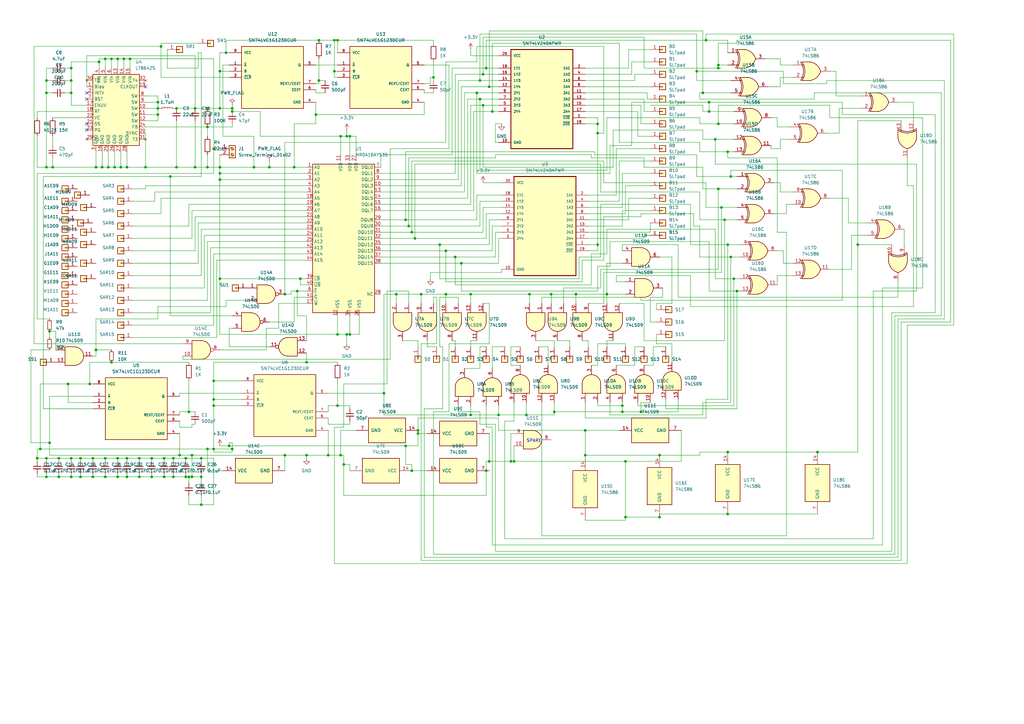
<source format=kicad_sch>
(kicad_sch (version 20230121) (generator eeschema)
  (paper "A3")
  (lib_symbols
    (symbol "74xx:74LS00" (pin_names (offset 1.016))
      (property "Reference" "U" (at 0 1.27 0))
      (property "Value" "74LS00" (at 0 -1.27 0))
      (symbol "74LS00_1_1"
        (pin input line (at -7.62 2.54 0) (length 3.81) (name "~") (number "1"))
        (pin input line (at -7.62 -2.54 0) (length 3.81) (name "~") (number "2"))
        (pin output inverted (at 7.62 0 180) (length 3.81) (name "~") (number "3"))
      )
      (symbol "74LS00_1_2"
        (pin input inverted (at -7.62 2.54 0) (length 4.318) (name "~") (number "1"))
        (pin input inverted (at -7.62 -2.54 0) (length 4.318) (name "~") (number "2"))
        (pin output line (at 7.62 0 180) (length 3.81) (name "~") (number "3"))
      )
      (symbol "74LS00_2_1"
        (pin input line (at -7.62 2.54 0) (length 3.81) (name "~") (number "4"))
        (pin input line (at -7.62 -2.54 0) (length 3.81) (name "~") (number "5"))
        (pin output inverted (at 7.62 0 180) (length 3.81) (name "~") (number "6"))
      )
      (symbol "74LS00_2_2"
        (pin input inverted (at -7.62 2.54 0) (length 4.318) (name "~") (number "4"))
        (pin input inverted (at -7.62 -2.54 0) (length 4.318) (name "~") (number "5"))
        (pin output line (at 7.62 0 180) (length 3.81) (name "~") (number "6"))
      )
      (symbol "74LS00_3_1"
        (pin input line (at -7.62 -2.54 0) (length 3.81) (name "~") (number "10"))
        (pin output inverted (at 7.62 0 180) (length 3.81) (name "~") (number "8"))
        (pin input line (at -7.62 2.54 0) (length 3.81) (name "~") (number "9"))
      )
      (symbol "74LS00_3_2"
        (pin input inverted (at -7.62 -2.54 0) (length 4.318) (name "~") (number "10"))
        (pin output line (at 7.62 0 180) (length 3.81) (name "~") (number "8"))
        (pin input inverted (at -7.62 2.54 0) (length 4.318) (name "~") (number "9"))
      )
      (symbol "74LS00_4_1"
        (pin output inverted (at 7.62 0 180) (length 3.81) (name "~") (number "11"))
        (pin input line (at -7.62 2.54 0) (length 3.81) (name "~") (number "12"))
        (pin input line (at -7.62 -2.54 0) (length 3.81) (name "~") (number "13"))
      )
      (symbol "74LS00_4_2"
        (pin output line (at 7.62 0 180) (length 3.81) (name "~") (number "11"))
        (pin input inverted (at -7.62 2.54 0) (length 4.318) (name "~") (number "12"))
        (pin input inverted (at -7.62 -2.54 0) (length 4.318) (name "~") (number "13"))
      )
      (symbol "74LS00_5_0"
        (pin power_in line (at 0 12.7 270) (length 5.08) (name "VCC") (number "14"))
        (pin power_in line (at 0 -12.7 90) (length 5.08) (name "GND") (number "7"))
      )
    )
    (symbol "Connector:Screw_Terminal_01x02" (pin_names (offset 1.016) hide)
      (property "Reference" "J" (at 0 2.54 0))
      (property "Value" "Screw_Terminal_01x02" (at 0 -5.08 0))
      (symbol "Screw_Terminal_01x02_1_1"
        (pin passive line (at -5.08 0 0) (length 3.81) (name "Pin_1") (number "1"))
        (pin passive line (at -5.08 -2.54 0) (length 3.81) (name "Pin_2") (number "2"))
      )
    )
    (symbol "Device:C_Small" (pin_numbers hide) (pin_names (offset 0.254) hide)
      (property "Reference" "C" (at 0.254 1.778 0))
      (property "Value" "C_Small" (at 0.254 -2.032 0))
      (symbol "C_Small_1_1"
        (pin passive line (at 0 2.54 270) (length 2.032) (name "~") (number "1"))
        (pin passive line (at 0 -2.54 90) (length 2.032) (name "~") (number "2"))
      )
    )
    (symbol "Device:L_Small" (pin_numbers hide) (pin_names (offset 0.254) hide)
      (property "Reference" "L" (at 0.762 1.016 0))
      (property "Value" "L_Small" (at 0.762 -1.016 0))
      (symbol "L_Small_1_1"
        (pin passive line (at 0 2.54 270) (length 0.508) (name "~") (number "1"))
        (pin passive line (at 0 -2.54 90) (length 0.508) (name "~") (number "2"))
      )
    )
    (symbol "Device:R" (pin_numbers hide) (pin_names (offset 0))
      (property "Reference" "R" (at 2.032 0 90))
      (property "Value" "R" (at 0 0 90))
      (symbol "R_1_1"
        (pin passive line (at 0 3.81 270) (length 1.27) (name "~") (number "1"))
        (pin passive line (at 0 -3.81 90) (length 1.27) (name "~") (number "2"))
      )
    )
    (symbol "Device:R_Small" (pin_numbers hide) (pin_names (offset 0.254) hide)
      (property "Reference" "R" (at 0.762 0.508 0))
      (property "Value" "R_Small" (at 0.762 -1.016 0))
      (symbol "R_Small_1_1"
        (pin passive line (at 0 2.54 270) (length 0.762) (name "~") (number "1"))
        (pin passive line (at 0 -2.54 90) (length 0.762) (name "~") (number "2"))
      )
    )
    (symbol "carl:74HC86" (pin_names (offset 1.016))
      (property "Reference" "U" (at 0 1.27 0))
      (property "Value" "74LS86" (at 0 -1.27 0))
      (symbol "74HC86_1_0"
        (pin input line (at -7.62 2.54 0) (length 4.445) (name "~") (number "1"))
        (pin input line (at -7.62 -2.54 0) (length 4.445) (name "~") (number "2"))
        (pin output line (at 7.62 0 180) (length 3.81) (name "~") (number "3"))
      )
      (symbol "74HC86_2_0"
        (pin input line (at -7.62 2.54 0) (length 4.445) (name "~") (number "4"))
        (pin input line (at -7.62 -2.54 0) (length 4.445) (name "~") (number "5"))
        (pin output line (at 7.62 0 180) (length 3.81) (name "~") (number "6"))
      )
      (symbol "74HC86_3_0"
        (pin input line (at -7.62 -2.54 0) (length 4.445) (name "~") (number "10"))
        (pin output line (at 7.62 0 180) (length 3.81) (name "~") (number "8"))
        (pin input line (at -7.62 2.54 0) (length 4.445) (name "~") (number "9"))
      )
      (symbol "74HC86_4_0"
        (pin output line (at 7.62 0 180) (length 3.81) (name "~") (number "11"))
        (pin input line (at -7.62 2.54 0) (length 4.445) (name "~") (number "12"))
        (pin input line (at -7.62 -2.54 0) (length 4.445) (name "~") (number "13"))
      )
      (symbol "74HC86_5_0"
        (pin power_in line (at 0 12.7 270) (length 5.08) (name "VCC") (number "14"))
        (pin power_in line (at 0 -12.7 90) (length 5.08) (name "GND") (number "7"))
      )
    )
    (symbol "carl:74LS09" (pin_names (offset 1.016))
      (property "Reference" "U" (at 0 1.27 0))
      (property "Value" "74LS09" (at 0 -1.27 0))
      (symbol "74LS09_1_1"
        (pin input line (at -7.62 2.54 0) (length 3.81) (name "~") (number "1"))
        (pin input line (at -7.62 -2.54 0) (length 3.81) (name "~") (number "2"))
        (pin open_collector line (at 7.62 0 180) (length 3.81) (name "~") (number "3"))
      )
      (symbol "74LS09_1_2"
        (pin input inverted (at -7.62 2.54 0) (length 4.318) (name "~") (number "1"))
        (pin input inverted (at -7.62 -2.54 0) (length 4.318) (name "~") (number "2"))
        (pin output inverted (at 7.62 0 180) (length 3.81) (name "~") (number "3"))
      )
      (symbol "74LS09_2_1"
        (pin input line (at -7.62 2.54 0) (length 3.81) (name "~") (number "4"))
        (pin input line (at -7.62 -2.54 0) (length 3.81) (name "~") (number "5"))
        (pin open_collector line (at 7.62 0 180) (length 3.81) (name "~") (number "6"))
      )
      (symbol "74LS09_2_2"
        (pin input inverted (at -7.62 2.54 0) (length 4.318) (name "~") (number "4"))
        (pin input inverted (at -7.62 -2.54 0) (length 4.318) (name "~") (number "5"))
        (pin output inverted (at 7.62 0 180) (length 3.81) (name "~") (number "6"))
      )
      (symbol "74LS09_3_1"
        (pin input line (at -7.62 -2.54 0) (length 3.81) (name "~") (number "10"))
        (pin open_collector line (at 7.62 0 180) (length 3.81) (name "~") (number "8"))
        (pin input line (at -7.62 2.54 0) (length 3.81) (name "~") (number "9"))
      )
      (symbol "74LS09_3_2"
        (pin input inverted (at -7.62 -2.54 0) (length 4.318) (name "~") (number "10"))
        (pin output inverted (at 7.62 0 180) (length 3.81) (name "~") (number "8"))
        (pin input inverted (at -7.62 2.54 0) (length 4.318) (name "~") (number "9"))
      )
      (symbol "74LS09_4_1"
        (pin open_collector line (at 7.62 0 180) (length 3.81) (name "~") (number "11"))
        (pin input line (at -7.62 2.54 0) (length 3.81) (name "~") (number "12"))
        (pin input line (at -7.62 -2.54 0) (length 3.81) (name "~") (number "13"))
      )
      (symbol "74LS09_4_2"
        (pin output inverted (at 7.62 0 180) (length 3.81) (name "~") (number "11"))
        (pin input inverted (at -7.62 2.54 0) (length 4.318) (name "~") (number "12"))
        (pin input inverted (at -7.62 -2.54 0) (length 4.318) (name "~") (number "13"))
      )
      (symbol "74LS09_5_0"
        (pin power_in line (at 0 12.7 270) (length 5.08) (name "VCC") (number "14"))
        (pin power_in line (at 0 -12.7 90) (length 5.08) (name "GND") (number "7"))
      )
    )
    (symbol "carl:LT8642S"
      (property "Reference" "U" (at -7.62 10.16 0))
      (property "Value" "LT8642S" (at 6.35 1.27 0))
      (symbol "LT8642S_1_1"
        (pin power_in line (at -10.16 5.08 0) (length 2.54) (name "Bias") (number "1"))
        (pin power_out line (at 13.97 -3.81 180) (length 2.54) (name "SW") (number "10"))
        (pin power_out line (at 13.97 -6.35 180) (length 2.54) (name "SW") (number "11"))
        (pin power_out line (at 13.97 -8.89 180) (length 2.54) (name "SW") (number "12"))
        (pin power_in line (at 2.54 12.7 270) (length 2.54) (name "VIN") (number "13"))
        (pin power_in line (at 5.08 12.7 270) (length 2.54) (name "VIN") (number "14"))
        (pin power_in line (at 7.62 12.7 270) (length 2.54) (name "VIN") (number "15"))
        (pin power_in line (at -3.81 -21.59 90) (length 2.54) (name "GND") (number "16"))
        (pin passive line (at -10.16 -2.54 0) (length 2.54) (name "ENUV") (number "17"))
        (pin passive line (at -10.16 -5.08 0) (length 2.54) (name "RT") (number "18"))
        (pin passive line (at 13.97 5.08 180) (length 2.54) (name "CLKOUT") (number "19"))
        (pin passive line (at -10.16 2.54 0) (length 2.54) (name "INTV") (number "2"))
        (pin passive line (at 13.97 -13.97 180) (length 2.54) (name "SYNC") (number "20"))
        (pin passive line (at -10.16 -10.16 0) (length 2.54) (name "SS") (number "21"))
        (pin passive line (at -10.16 -7.62 0) (length 2.54) (name "VC") (number "22"))
        (pin passive line (at -10.16 -12.7 0) (length 2.54) (name "PG") (number "23"))
        (pin power_out line (at 13.97 -11.43 180) (length 2.54) (name "FB") (number "24"))
        (pin power_in line (at -1.27 -21.59 90) (length 2.54) (name "GND") (number "25"))
        (pin power_in line (at 1.27 -21.59 90) (length 2.54) (name "GND") (number "26"))
        (pin power_in line (at 3.81 -21.59 90) (length 2.54) (name "GND") (number "27"))
        (pin power_in line (at 6.35 -21.59 90) (length 2.54) (name "GND") (number "28"))
        (pin no_connect line (at -10.16 -16.51 0) (length 2.54) (name "T1") (number "29"))
        (pin power_in line (at -6.35 -21.59 90) (length 2.54) (name "GND") (number "3"))
        (pin no_connect line (at -10.16 7.62 0) (length 2.54) (name "T2") (number "30"))
        (pin no_connect line (at 13.97 -16.51 180) (length 2.54) (name "T3") (number "31"))
        (pin no_connect line (at 13.97 7.62 180) (length 2.54) (name "T4") (number "32"))
        (pin power_in line (at -5.08 12.7 270) (length 2.54) (name "VIN") (number "4"))
        (pin power_in line (at -2.54 12.7 270) (length 2.54) (name "VIN") (number "5"))
        (pin power_in line (at 0 12.7 270) (length 2.54) (name "Vin") (number "6"))
        (pin passive line (at -10.16 0 0) (length 2.54) (name "BST") (number "7"))
        (pin power_out line (at 13.97 1.27 180) (length 2.54) (name "SW") (number "8"))
        (pin power_out line (at 13.97 -1.27 180) (length 2.54) (name "SW") (number "9"))
      )
    )
    (symbol "carl:MR0A16A_MRAM"
      (property "Reference" "U" (at -10.16 31.75 0))
      (property "Value" "MR0A16AYS35" (at 12.7 31.75 0))
      (symbol "MR0A16A_MRAM_1_1"
        (pin input line (at -15.24 27.94 0) (length 2.54) (name "A0") (number "1"))
        (pin bidirectional line (at 15.24 20.32 180) (length 2.54) (name "DQL3") (number "10"))
        (pin power_in line (at -1.27 33.02 270) (length 2.54) (name "VDD") (number "11"))
        (pin power_in line (at -2.54 -33.02 90) (length 2.54) (name "VSS") (number "12"))
        (pin bidirectional line (at 15.24 17.78 180) (length 2.54) (name "DQL4") (number "13"))
        (pin bidirectional line (at 15.24 15.24 180) (length 2.54) (name "DQL5") (number "14"))
        (pin bidirectional line (at 15.24 12.7 180) (length 2.54) (name "DQL6") (number "15"))
        (pin bidirectional line (at 15.24 10.16 180) (length 2.54) (name "DQL7") (number "16"))
        (pin input line (at -15.24 -27.94 0) (length 2.54) (name "~{W}") (number "17"))
        (pin input line (at -15.24 15.24 0) (length 2.54) (name "A5") (number "18"))
        (pin input line (at -15.24 12.7 0) (length 2.54) (name "A6") (number "19"))
        (pin input line (at -15.24 25.4 0) (length 2.54) (name "A1") (number "2"))
        (pin input line (at -15.24 10.16 0) (length 2.54) (name "A7") (number "20"))
        (pin input line (at -15.24 7.62 0) (length 2.54) (name "A8") (number "21"))
        (pin input line (at -15.24 5.08 0) (length 2.54) (name "A9") (number "22"))
        (pin input line (at -15.24 2.54 0) (length 2.54) (name "A10") (number "23"))
        (pin input line (at -15.24 0 0) (length 2.54) (name "A11") (number "24"))
        (pin input line (at -15.24 -2.54 0) (length 2.54) (name "A12") (number "25"))
        (pin power_in line (at 6.35 -33.02 90) (length 2.54) (name "VSS") (number "26"))
        (pin power_in line (at 5.08 33.02 270) (length 2.54) (name "VDD") (number "27"))
        (pin free line (at 15.24 -24.13 180) (length 2.54) (name "NC") (number "28"))
        (pin bidirectional line (at 15.24 6.35 180) (length 2.54) (name "DQU8") (number "29"))
        (pin input line (at -15.24 22.86 0) (length 2.54) (name "A2") (number "3"))
        (pin bidirectional line (at 15.24 3.81 180) (length 2.54) (name "DQU9") (number "30"))
        (pin bidirectional line (at 15.24 1.27 180) (length 2.54) (name "DQU10") (number "31"))
        (pin bidirectional line (at 15.24 -1.27 180) (length 2.54) (name "DQU11") (number "32"))
        (pin power_in line (at 2.54 33.02 270) (length 2.54) (name "VDD") (number "33"))
        (pin power_in line (at 2.54 -33.02 90) (length 2.54) (name "VSS") (number "34"))
        (pin bidirectional line (at 15.24 -3.81 180) (length 2.54) (name "DQU12") (number "35"))
        (pin bidirectional line (at 15.24 -6.35 180) (length 2.54) (name "DQU13") (number "36"))
        (pin bidirectional line (at 15.24 -8.89 180) (length 2.54) (name "DQU14") (number "37"))
        (pin bidirectional line (at 15.24 -11.43 180) (length 2.54) (name "DQU15") (number "38"))
        (pin input line (at -15.24 -17.78 0) (length 2.54) (name "~{LB}") (number "39"))
        (pin input line (at -15.24 20.32 0) (length 2.54) (name "A3") (number "4"))
        (pin input line (at -15.24 -20.32 0) (length 2.54) (name "~{UB}") (number "40"))
        (pin input line (at -15.24 -25.4 0) (length 2.54) (name "~{G}") (number "41"))
        (pin input line (at -15.24 -5.08 0) (length 2.54) (name "A13") (number "42"))
        (pin input line (at -15.24 -7.62 0) (length 2.54) (name "A14") (number "43"))
        (pin input line (at -15.24 -10.16 0) (length 2.54) (name "A15") (number "44"))
        (pin input line (at -15.24 17.78 0) (length 2.54) (name "A4") (number "5"))
        (pin input line (at -15.24 -22.86 0) (length 2.54) (name "~{E}") (number "6"))
        (pin bidirectional line (at 15.24 27.94 180) (length 2.54) (name "DQL0") (number "7"))
        (pin bidirectional line (at 15.24 25.4 180) (length 2.54) (name "DQL1") (number "8"))
        (pin bidirectional line (at 15.24 22.86 180) (length 2.54) (name "DQL2") (number "9"))
      )
    )
    (symbol "carl:SLTpad" (pin_names (offset 1.016) hide)
      (property "Reference" "P" (at 0 2.54 0))
      (property "Value" "SLTpad" (at 0 -2.54 0))
      (symbol "SLTpad_1_1"
        (pin passive line (at -5.08 0 0) (length 3.81) (name "Pin_1") (number "1"))
      )
    )
    (symbol "carl:SN74LV240APWR" (pin_names (offset 1.016))
      (property "Reference" "U" (at -12.7 21.32 0))
      (property "Value" "SN74LV240APWR" (at -12.7 -24.32 0))
      (symbol "SN74LV240APWR_0_0"
        (pin input line (at -17.78 -7.62 0) (length 5.08) (name "~{1OE}") (number "1"))
        (pin power_in line (at 17.78 -17.78 180) (length 5.08) (name "GND") (number "10"))
        (pin input line (at -17.78 2.54 0) (length 5.08) (name "2A1") (number "11"))
        (pin output line (at 17.78 5.08 180) (length 5.08) (name "1Y4") (number "12"))
        (pin input line (at -17.78 0 0) (length 5.08) (name "2A2") (number "13"))
        (pin output line (at 17.78 7.62 180) (length 5.08) (name "1Y3") (number "14"))
        (pin input line (at -17.78 -2.54 0) (length 5.08) (name "2A3") (number "15"))
        (pin output line (at 17.78 10.16 180) (length 5.08) (name "1Y2") (number "16"))
        (pin input line (at -17.78 -5.08 0) (length 5.08) (name "2A4") (number "17"))
        (pin output line (at 17.78 12.7 180) (length 5.08) (name "1Y1") (number "18"))
        (pin input line (at -17.78 -10.16 0) (length 5.08) (name "~{2OE}") (number "19"))
        (pin input line (at -17.78 12.7 0) (length 5.08) (name "1A1") (number "2"))
        (pin power_in line (at 17.78 17.78 180) (length 5.08) (name "VCC") (number "20"))
        (pin output line (at 17.78 -5.08 180) (length 5.08) (name "2Y4") (number "3"))
        (pin input line (at -17.78 10.16 0) (length 5.08) (name "1A2") (number "4"))
        (pin output line (at 17.78 -2.54 180) (length 5.08) (name "2Y3") (number "5"))
        (pin input line (at -17.78 7.62 0) (length 5.08) (name "1A3") (number "6"))
        (pin output line (at 17.78 0 180) (length 5.08) (name "2Y2") (number "7"))
        (pin input line (at -17.78 5.08 0) (length 5.08) (name "1A4") (number "8"))
        (pin output line (at 17.78 2.54 180) (length 5.08) (name "2Y1") (number "9"))
      )
    )
    (symbol "carl:SN74LVC1G123DCUR" (pin_names (offset 1.016))
      (property "Reference" "U" (at -12.7 13.7 0))
      (property "Value" "SN74LVC1G123DCUR" (at -12.7 -14.16 0))
      (symbol "SN74LVC1G123DCUR_0_0"
        (pin input line (at -17.78 5.08 0) (length 5.08) (name "~{A}") (number "1"))
        (pin input line (at -17.78 2.54 0) (length 5.08) (name "B") (number "2"))
        (pin input line (at -17.78 0 0) (length 5.08) (name "~{CLR}") (number "3"))
        (pin power_in line (at 17.78 -10.16 180) (length 5.08) (name "GND") (number "4"))
        (pin output line (at 17.78 5.08 180) (length 5.08) (name "Q") (number "5"))
        (pin passive line (at 17.78 -5.08 180) (length 5.08) (name "CEXT") (number "6"))
        (pin passive line (at 17.78 -2.54 180) (length 5.08) (name "REXT/CEXT") (number "7"))
        (pin power_in line (at -17.78 10.16 0) (length 5.08) (name "VCC") (number "8"))
      )
    )
    (symbol "power:+3.3V" (power) (pin_names (offset 0))
      (property "Value" "+3.3V" (at 0 3.556 0))
      (symbol "+3.3V_1_1"
        (pin power_in line (at 0 0 90) (length 0) hide (name "+3.3V") (number "1"))
      )
    )
    (symbol "power:GND" (power) (pin_names (offset 0))
      (property "Value" "GND" (at 0 -3.81 0))
      (symbol "GND_1_1"
        (pin power_in line (at 0 0 270) (length 0) hide (name "GND") (number "1"))
      )
    )
    (symbol "power:PWR_FLAG" (power) (pin_numbers hide) (pin_names (offset 0) hide)
      (property "Value" "PWR_FLAG" (at 0 3.81 0))
      (symbol "PWR_FLAG_0_0"
        (pin power_out line (at 0 0 90) (length 0) (name "pwr") (number "1"))
      )
    )
  )
  (junction (at 270.51 186.69))
  (junction (at 71.12 195.58))
  (junction (at 20.32 135.89))
  (junction (at 170.18 97.79))
  (junction (at 64.77 44.45))
  (junction (at 90.17 29.21))
  (junction (at 215.9 170.18))
  (junction (at 138.43 137.16))
  (junction (at 19.05 68.58))
  (junction (at 45.72 148.59))
  (junction (at 299.72 72.39))
  (junction (at 110.49 68.58))
  (junction (at 69.85 72.39))
  (junction (at 196.85 33.02))
  (junction (at 294.64 27.94))
  (junction (at 182.88 120.65))
  (junction (at 137.16 16.51))
  (junction (at 39.37 143.51))
  (junction (at 45.72 24.13))
  (junction (at 95.25 44.45))
  (junction (at 298.45 100.33))
  (junction (at 29.21 195.58))
  (junction (at 73.66 186.69))
  (junction (at 76.2 187.96))
  (junction (at 137.16 29.21))
  (junction (at 90.17 73.66))
  (junction (at 87.63 163.83))
  (junction (at 290.83 41.91))
  (junction (at 72.39 68.58))
  (junction (at 125.73 186.69))
  (junction (at 57.15 187.96))
  (junction (at 43.18 195.58))
  (junction (at 138.43 166.37))
  (junction (at 201.93 45.72))
  (junction (at 162.56 120.65))
  (junction (at 80.01 68.58))
  (junction (at 38.1 195.58))
  (junction (at 298.45 210.82))
  (junction (at 255.27 168.91))
  (junction (at 87.63 60.96))
  (junction (at 285.75 29.21))
  (junction (at 85.09 44.45))
  (junction (at 290.83 45.72))
  (junction (at 21.59 68.58))
  (junction (at 204.47 170.18))
  (junction (at 198.12 43.18))
  (junction (at 139.7 55.88))
  (junction (at 49.53 68.58))
  (junction (at 186.69 105.41))
  (junction (at 29.21 33.02))
  (junction (at 33.02 195.58))
  (junction (at 351.79 100.33))
  (junction (at 167.64 92.71))
  (junction (at 95.25 45.72))
  (junction (at 38.1 187.96))
  (junction (at 139.7 186.69))
  (junction (at 24.13 195.58))
  (junction (at 59.69 68.58))
  (junction (at 64.77 46.99))
  (junction (at 93.98 182.88))
  (junction (at 82.55 195.58))
  (junction (at 240.03 176.53))
  (junction (at 256.54 212.09))
  (junction (at 77.47 168.91))
  (junction (at 177.8 31.75))
  (junction (at 166.37 90.17))
  (junction (at 67.31 187.96))
  (junction (at 226.06 120.65))
  (junction (at 294.64 50.8))
  (junction (at 138.43 16.51))
  (junction (at 182.88 102.87))
  (junction (at 180.34 100.33))
  (junction (at 71.12 187.96))
  (junction (at 172.72 120.65))
  (junction (at 130.81 16.51))
  (junction (at 19.05 33.02))
  (junction (at 87.63 184.15))
  (junction (at 120.65 68.58))
  (junction (at 48.26 187.96))
  (junction (at 168.91 95.25))
  (junction (at 67.31 195.58))
  (junction (at 78.74 186.69))
  (junction (at 15.24 187.96))
  (junction (at 298.45 62.23))
  (junction (at 40.64 25.4))
  (junction (at 95.25 184.15))
  (junction (at 92.71 21.59))
  (junction (at 168.91 193.04))
  (junction (at 255.27 166.37))
  (junction (at 85.09 52.07))
  (junction (at 289.56 16.51))
  (junction (at 166.37 182.88))
  (junction (at 294.64 26.67))
  (junction (at 299.72 105.41))
  (junction (at 199.39 27.94))
  (junction (at 29.21 38.1))
  (junction (at 90.17 44.45))
  (junction (at 90.17 71.12))
  (junction (at 248.92 120.65))
  (junction (at 44.45 68.58))
  (junction (at 76.2 195.58))
  (junction (at 78.74 195.58))
  (junction (at 140.97 190.5))
  (junction (at 43.18 24.13))
  (junction (at 295.91 85.09))
  (junction (at 245.11 54.61))
  (junction (at 29.21 27.94))
  (junction (at 189.23 107.95))
  (junction (at 121.92 119.38))
  (junction (at 193.04 120.65))
  (junction (at 36.83 157.48))
  (junction (at 270.51 212.09))
  (junction (at 90.17 114.3))
  (junction (at 245.11 50.8))
  (junction (at 256.54 189.23))
  (junction (at 48.26 195.58))
  (junction (at 72.39 44.45))
  (junction (at 116.84 186.69))
  (junction (at 288.29 38.1))
  (junction (at 157.48 161.29))
  (junction (at 143.51 55.88))
  (junction (at 52.07 68.58))
  (junction (at 62.23 187.96))
  (junction (at 240.03 186.69))
  (junction (at 335.28 185.42))
  (junction (at 210.82 189.23))
  (junction (at 142.24 55.88))
  (junction (at 87.63 166.37))
  (junction (at 171.45 176.53))
  (junction (at 52.07 195.58))
  (junction (at 198.12 30.48))
  (junction (at 77.47 195.58))
  (junction (at 209.55 189.23))
  (junction (at 80.01 44.45))
  (junction (at 262.89 168.91))
  (junction (at 50.8 24.13))
  (junction (at 294.64 77.47))
  (junction (at 16.51 184.15))
  (junction (at 66.04 19.05))
  (junction (at 300.99 114.3))
  (junction (at 142.24 137.16))
  (junction (at 104.14 68.58))
  (junction (at 46.99 68.58))
  (junction (at 85.09 184.15))
  (junction (at 123.19 114.3))
  (junction (at 20.32 181.61))
  (junction (at 82.55 207.01))
  (junction (at 116.84 120.65))
  (junction (at 41.91 68.58))
  (junction (at 29.21 187.96))
  (junction (at 24.13 187.96))
  (junction (at 87.63 156.21))
  (junction (at 85.09 68.58))
  (junction (at 19.05 187.96))
  (junction (at 200.66 189.23))
  (junction (at 19.05 38.1))
  (junction (at 134.62 186.69))
  (junction (at 227.33 168.91))
  (junction (at 52.07 187.96))
  (junction (at 43.18 187.96))
  (junction (at 293.37 57.15))
  (junction (at 64.77 41.91))
  (junction (at 19.05 195.58))
  (junction (at 200.66 35.56))
  (junction (at 199.39 193.04))
  (junction (at 57.15 195.58))
  (junction (at 245.11 100.33))
  (junction (at 48.26 24.13))
  (junction (at 125.73 148.59))
  (junction (at 297.18 90.17))
  (junction (at 217.17 120.65))
  (junction (at 171.45 177.8))
  (junction (at 90.17 68.58))
  (junction (at 302.26 119.38))
  (junction (at 196.85 40.64))
  (junction (at 27.94 157.48))
  (junction (at 236.22 120.65))
  (junction (at 39.37 68.58))
  (junction (at 62.23 195.58))
  (junction (at 195.58 38.1))
  (junction (at 53.34 24.13))
  (junction (at 33.02 187.96))
  (junction (at 143.51 137.16))
  (junction (at 82.55 187.96))
  (junction (at 130.81 33.02))
  (junction (at 298.45 185.42))
  (junction (at 129.54 46.99))
  (junction (at 193.04 170.18))
  (no_connect (at 35.56 53.34))
  (no_connect (at 35.56 50.8))
  (no_connect (at 59.69 35.56))
  (no_connect (at 35.56 40.64))
  (no_connect (at 35.56 38.1))
  (wire (pts (xy 110.49 132.08) (xy 120.65 132.08)))
  (wire (pts (xy 64.77 44.45) (xy 64.77 46.99)))
  (wire (pts (xy 40.64 24.13) (xy 40.64 25.4)))
  (wire (pts (xy 195.58 80.01) (xy 195.58 90.17)))
  (wire (pts (xy 12.7 181.61) (xy 20.32 181.61)))
  (wire (pts (xy 383.54 128.27) (xy 383.54 46.99)))
  (wire (pts (xy 82.55 21.59) (xy 81.28 21.59)))
  (wire (pts (xy 201.93 92.71) (xy 201.93 102.87)))
  (wire (pts (xy 59.69 68.58) (xy 72.39 68.58)))
  (wire (pts (xy 302.26 17.78) (xy 294.64 17.78)))
  (wire (pts (xy 222.25 121.92) (xy 262.89 121.92)))
  (wire (pts (xy 322.58 83.82) (xy 322.58 87.63)))
  (wire (pts (xy 101.6 123.19) (xy 92.71 123.19)))
  (wire (pts (xy 320.04 26.67) (xy 325.12 26.67)))
  (wire (pts (xy 240.03 35.56) (xy 266.7 35.56)))
  (wire (pts (xy 255.27 85.09) (xy 241.3 85.09)))
  (wire (pts (xy 172.72 120.65) (xy 172.72 124.46)))
  (wire (pts (xy 300.99 62.23) (xy 298.45 62.23)))
  (wire (pts (xy 213.36 142.24) (xy 209.55 142.24)))
  (wire (pts (xy 182.88 102.87) (xy 201.93 102.87)))
  (wire (pts (xy 203.2 63.5) (xy 242.57 63.5)))
  (wire (pts (xy 90.17 44.45) (xy 85.09 44.45)))
  (wire (pts (xy 185.42 63.5) (xy 185.42 27.94)))
  (wire (pts (xy 287.02 40.64) (xy 287.02 38.1)))
  (wire (pts (xy 198.12 124.46) (xy 200.66 124.46)))
  (wire (pts (xy 293.37 57.15) (xy 288.29 57.15)))
  (wire (pts (xy 242.57 149.86) (xy 245.11 149.86)))
  (wire (pts (xy 207.01 142.24) (xy 201.93 142.24)))
  (wire (pts (xy 173.99 167.64) (xy 173.99 228.6)))
  (wire (pts (xy 321.31 102.87) (xy 321.31 107.95)))
  (wire (pts (xy 93.98 134.62) (xy 95.25 134.62)))
  (wire (pts (xy 20.32 143.51) (xy 12.7 143.51)))
  (wire (pts (xy 181.61 142.24) (xy 181.61 167.64)))
  (wire (pts (xy 318.77 52.07) (xy 323.85 52.07)))
  (wire (pts (xy 129.54 34.29) (xy 130.81 34.29)))
  (wire (pts (xy 245.11 50.8) (xy 245.11 54.61)))
  (wire (pts (xy 15.24 71.12) (xy 87.63 71.12)))
  (wire (pts (xy 247.65 74.93) (xy 289.56 74.93)))
  (wire (pts (xy 64.77 41.91) (xy 64.77 44.45)))
  (wire (pts (xy 322.58 83.82) (xy 325.12 83.82)))
  (wire (pts (xy 255.27 107.95) (xy 248.92 107.95)))
  (wire (pts (xy 298.45 62.23) (xy 287.02 62.23)))
  (wire (pts (xy 129.54 26.67) (xy 138.43 26.67)))
  (wire (pts (xy 203.2 63.5) (xy 203.2 64.77)))
  (wire (pts (xy 21.59 68.58) (xy 39.37 68.58)))
  (wire (pts (xy 378.46 48.26) (xy 340.36 48.26)))
  (wire (pts (xy 177.8 227.33) (xy 367.03 227.33)))
  (wire (pts (xy 43.18 194.31) (xy 43.18 195.58)))
  (wire (pts (xy 130.81 33.02) (xy 133.35 33.02)))
  (wire (pts (xy 165.1 139.7) (xy 171.45 139.7)))
  (wire (pts (xy 389.89 16.51) (xy 302.26 16.51)))
  (wire (pts (xy 29.21 25.4) (xy 40.64 25.4)))
  (wire (pts (xy 297.18 90.17) (xy 297.18 139.7)))
  (wire (pts (xy 226.06 120.65) (xy 217.17 120.65)))
  (wire (pts (xy 95.25 129.54) (xy 69.85 129.54)))
  (wire (pts (xy 85.09 184.15) (xy 85.09 193.04)))
  (wire (pts (xy 77.47 195.58) (xy 77.47 198.12)))
  (wire (pts (xy 299.72 105.41) (xy 287.02 105.41)))
  (wire (pts (xy 49.53 68.58) (xy 52.07 68.58)))
  (wire (pts (xy 241.3 142.24) (xy 241.3 139.7)))
  (wire (pts (xy 125.73 76.2) (xy 59.69 76.2)))
  (wire (pts (xy 82.55 93.98) (xy 82.55 113.03)))
  (wire (pts (xy 288.29 45.72) (xy 288.29 43.18)))
  (wire (pts (xy 13.97 140.97) (xy 13.97 19.05)))
  (wire (pts (xy 195.58 25.4) (xy 182.88 25.4)))
  (wire (pts (xy 138.43 166.37) (xy 143.51 166.37)))
  (wire (pts (xy 92.71 21.59) (xy 90.17 21.59)))
  (wire (pts (xy 189.23 107.95) (xy 156.21 107.95)))
  (wire (pts (xy 345.44 46.99) (xy 345.44 41.91)))
  (wire (pts (xy 33.02 195.58) (xy 38.1 195.58)))
  (wire (pts (xy 201.93 223.52) (xy 361.95 223.52)))
  (wire (pts (xy 171.45 139.7) (xy 171.45 142.24)))
  (wire (pts (xy 241.3 139.7) (xy 238.76 139.7)))
  (wire (pts (xy 285.75 72.39) (xy 285.75 63.5)))
  (wire (pts (xy 193.04 166.37) (xy 193.04 170.18)))
  (wire (pts (xy 205.74 87.63) (xy 199.39 87.63)))
  (wire (pts (xy 90.17 60.96) (xy 87.63 60.96)))
  (wire (pts (xy 173.99 34.29) (xy 176.53 34.29)))
  (wire (pts (xy 256.54 189.23) (xy 279.4 189.23)))
  (wire (pts (xy 226.06 120.65) (xy 226.06 124.46)))
  (wire (pts (xy 287.02 40.64) (xy 334.01 40.64)))
  (wire (pts (xy 173.99 38.1) (xy 177.8 38.1)))
  (wire (pts (xy 19.05 38.1) (xy 19.05 68.58)))
  (wire (pts (xy 78.74 173.99) (xy 80.01 173.99)))
  (wire (pts (xy 262.89 168.91) (xy 255.27 168.91)))
  (wire (pts (xy 247.65 74.93) (xy 247.65 66.04)))
  (wire (pts (xy 248.92 48.26) (xy 287.02 48.26)))
  (wire (pts (xy 294.64 50.8) (xy 287.02 50.8)))
  (wire (pts (xy 106.68 45.72) (xy 95.25 45.72)))
  (wire (pts (xy 203.2 58.42) (xy 204.47 58.42)))
  (wire (pts (xy 264.16 124.46) (xy 264.16 139.7)))
  (wire (pts (xy 294.64 77.47) (xy 294.64 110.49)))
  (wire (pts (xy 44.45 62.23) (xy 44.45 68.58)))
  (wire (pts (xy 227.33 165.1) (xy 227.33 168.91)))
  (wire (pts (xy 303.53 100.33) (xy 298.45 100.33)))
  (wire (pts (xy 125.73 81.28) (xy 66.04 81.28)))
  (wire (pts (xy 15.24 187.96) (xy 19.05 187.96)))
  (wire (pts (xy 171.45 177.8) (xy 175.26 177.8)))
  (wire (pts (xy 121.92 129.54) (xy 121.92 119.38)))
  (wire (pts (xy 129.54 36.83) (xy 129.54 38.1)))
  (wire (pts (xy 156.21 102.87) (xy 182.88 102.87)))
  (wire (pts (xy 210.82 172.72) (xy 207.01 172.72)))
  (wire (pts (xy 245.11 54.61) (xy 245.11 100.33)))
  (wire (pts (xy 48.26 194.31) (xy 48.26 195.58)))
  (wire (pts (xy 246.38 83.82) (xy 283.21 83.82)))
  (wire (pts (xy 201.93 45.72) (xy 204.47 45.72)))
  (wire (pts (xy 298.45 185.42) (xy 335.28 185.42)))
  (wire (pts (xy 171.45 177.8) (xy 171.45 182.88)))
  (wire (pts (xy 347.98 91.44) (xy 355.6 91.44)))
  (wire (pts (xy 139.7 55.88) (xy 106.68 55.88)))
  (wire (pts (xy 190.5 151.13) (xy 196.85 151.13)))
  (wire (pts (xy 254 66.04) (xy 254 82.55)))
  (wire (pts (xy 176.53 111.76) (xy 176.53 114.3)))
  (wire (pts (xy 129.54 46.99) (xy 129.54 50.8)))
  (wire (pts (xy 205.74 111.76) (xy 205.74 110.49)))
  (wire (pts (xy 264.16 15.24) (xy 198.12 15.24)))
  (wire (pts (xy 156.21 81.28) (xy 191.77 81.28)))
  (wire (pts (xy 205.74 90.17) (xy 200.66 90.17)))
  (wire (pts (xy 199.39 193.04) (xy 199.39 203.2)))
  (wire (pts (xy 372.11 133.35) (xy 391.16 133.35)))
  (wire (pts (xy 39.37 146.05) (xy 38.1 146.05)))
  (wire (pts (xy 287.02 92.71) (xy 284.48 92.71)))
  (wire (pts (xy 273.05 142.24) (xy 267.97 142.24)))
  (wire (pts (xy 187.96 168.91) (xy 196.85 168.91)))
  (wire (pts (xy 179.07 121.92) (xy 179.07 140.97)))
  (wire (pts (xy 204.47 170.18) (xy 215.9 170.18)))
  (wire (pts (xy 83.82 118.11) (xy 54.61 118.11)))
  (wire (pts (xy 262.89 43.18) (xy 262.89 50.8)))
  (wire (pts (xy 374.65 41.91) (xy 374.65 49.53)))
  (wire (pts (xy 146.05 63.5) (xy 146.05 55.88)))
  (wire (pts (xy 160.02 60.96) (xy 184.15 60.96)))
  (wire (pts (xy 59.69 44.45) (xy 64.77 44.45)))
  (wire (pts (xy 264.16 139.7) (xy 297.18 139.7)))
  (wire (pts (xy 247.65 66.04) (xy 168.91 66.04)))
  (wire (pts (xy 71.12 44.45) (xy 72.39 44.45)))
  (wire (pts (xy 266.7 121.92) (xy 266.7 132.08)))
  (wire (pts (xy 69.85 72.39) (xy 82.55 72.39)))
  (wire (pts (xy 243.84 63.5) (xy 285.75 63.5)))
  (wire (pts (xy 77.47 207.01) (xy 82.55 207.01)))
  (wire (pts (xy 284.48 87.63) (xy 284.48 92.71)))
  (wire (pts (xy 298.45 16.51) (xy 289.56 16.51)))
  (wire (pts (xy 156.21 100.33) (xy 180.34 100.33)))
  (wire (pts (xy 318.77 95.25) (xy 318.77 64.77)))
  (wire (pts (xy 125.73 96.52) (xy 83.82 96.52)))
  (wire (pts (xy 45.72 24.13) (xy 43.18 24.13)))
  (wire (pts (xy 248.92 120.65) (xy 256.54 120.65)))
  (wire (pts (xy 209.55 149.86) (xy 213.36 149.86)))
  (wire (pts (xy 146.05 176.53) (xy 139.7 176.53)))
  (wire (pts (xy 325.12 113.03) (xy 318.77 113.03)))
  (wire (pts (xy 262.89 121.92) (xy 262.89 123.19)))
  (wire (pts (xy 317.5 74.93) (xy 320.04 74.93)))
  (wire (pts (xy 287.02 38.1) (xy 288.29 38.1)))
  (wire (pts (xy 320.04 31.75) (xy 325.12 31.75)))
  (wire (pts (xy 269.24 127) (xy 269.24 124.46)))
  (wire (pts (xy 172.72 229.87) (xy 369.57 229.87)))
  (wire (pts (xy 78.74 175.26) (xy 78.74 173.99)))
  (wire (pts (xy 299.72 72.39) (xy 302.26 72.39)))
  (wire (pts (xy 240.03 43.18) (xy 262.89 43.18)))
  (wire (pts (xy 125.73 101.6) (xy 86.36 101.6)))
  (wire (pts (xy 172.72 120.65) (xy 182.88 120.65)))
  (wire (pts (xy 156.21 97.79) (xy 170.18 97.79)))
  (wire (pts (xy 222.25 165.1) (xy 222.25 219.71)))
  (wire (pts (xy 90.17 137.16) (xy 138.43 137.16)))
  (wire (pts (xy 91.44 193.04) (xy 85.09 193.04)))
  (wire (pts (xy 345.44 123.19) (xy 345.44 69.85)))
  (wire (pts (xy 137.16 231.14) (xy 372.11 231.14)))
  (wire (pts (xy 289.56 163.83) (xy 298.45 163.83)))
  (wire (pts (xy 15.24 189.23) (xy 15.24 187.96)))
  (wire (pts (xy 173.99 167.64) (xy 181.61 167.64)))
  (wire (pts (xy 138.43 16.51) (xy 177.8 16.51)))
  (wire (pts (xy 342.9 39.37) (xy 342.9 29.21)))
  (wire (pts (xy 15.24 55.88) (xy 15.24 68.58)))
  (wire (pts (xy 129.54 46.99) (xy 173.99 46.99)))
  (wire (pts (xy 175.26 139.7) (xy 175.26 142.24)))
  (wire (pts (xy 38.1 187.96) (xy 38.1 189.23)))
  (wire (pts (xy 222.25 124.46) (xy 222.25 121.92)))
  (wire (pts (xy 196.85 173.99) (xy 203.2 173.99)))
  (wire (pts (xy 236.22 120.65) (xy 226.06 120.65)))
  (wire (pts (xy 156.21 90.17) (xy 166.37 90.17)))
  (wire (pts (xy 19.05 195.58) (xy 24.13 195.58)))
  (wire (pts (xy 93.98 181.61) (xy 93.98 182.88)))
  (wire (pts (xy 156.21 63.5) (xy 156.21 68.58)))
  (wire (pts (xy 138.43 137.16) (xy 142.24 137.16)))
  (wire (pts (xy 285.75 29.21) (xy 285.75 13.97)))
  (wire (pts (xy 138.43 31.75) (xy 137.16 31.75)))
  (wire (pts (xy 95.25 50.8) (xy 95.25 52.07)))
  (wire (pts (xy 351.79 185.42) (xy 335.28 185.42)))
  (wire (pts (xy 241.3 92.71) (xy 255.27 92.71)))
  (wire (pts (xy 271.78 118.11) (xy 271.78 121.92)))
  (wire (pts (xy 167.64 119.38) (xy 167.64 124.46)))
  (wire (pts (xy 138.43 129.54) (xy 138.43 137.16)))
  (wire (pts (xy 199.39 16.51) (xy 289.56 16.51)))
  (wire (pts (xy 246.38 78.74) (xy 287.02 78.74)))
  (wire (pts (xy 177.8 17.78) (xy 177.8 16.51)))
  (wire (pts (xy 121.92 119.38) (xy 119.38 119.38)))
  (wire (pts (xy 298.45 185.42) (xy 287.02 185.42)))
  (wire (pts (xy 125.73 88.9) (xy 80.01 88.9)))
  (wire (pts (xy 233.68 139.7) (xy 228.6 139.7)))
  (wire (pts (xy 196.85 151.13) (xy 196.85 142.24)))
  (wire (pts (xy 162.56 124.46) (xy 162.56 120.65)))
  (wire (pts (xy 125.73 116.84) (xy 123.19 116.84)))
  (wire (pts (xy 288.29 170.18) (xy 288.29 165.1)))
  (wire (pts (xy 358.14 119.38) (xy 375.92 119.38)))
  (wire (pts (xy 15.24 194.31) (xy 15.24 195.58)))
  (wire (pts (xy 368.3 130.81) (xy 387.35 130.81)))
  (wire (pts (xy 254 124.46) (xy 264.16 124.46)))
  (wire (pts (xy 109.22 143.51) (xy 109.22 134.62)))
  (wire (pts (xy 264.16 149.86) (xy 267.97 149.86)))
  (wire (pts (xy 266.7 96.52) (xy 264.16 96.52)))
  (wire (pts (xy 82.55 113.03) (xy 54.61 113.03)))
  (wire (pts (xy 177.8 25.4) (xy 177.8 31.75)))
  (wire (pts (xy 389.89 16.51) (xy 389.89 132.08)))
  (wire (pts (xy 106.68 55.88) (xy 106.68 45.72)))
  (wire (pts (xy 387.35 130.81) (xy 387.35 33.02)))
  (wire (pts (xy 91.44 26.67) (xy 91.44 55.88)))
  (wire (pts (xy 248.92 69.85) (xy 196.85 69.85)))
  (wire (pts (xy 80.01 49.53) (xy 80.01 68.58)))
  (wire (pts (xy 143.51 63.5) (xy 143.51 55.88)))
  (wire (pts (xy 345.44 69.85) (xy 299.72 69.85)))
  (wire (pts (xy 87.63 166.37) (xy 87.63 184.15)))
  (wire (pts (xy 240.03 48.26) (xy 245.11 48.26)))
  (wire (pts (xy 177.8 168.91) (xy 177.8 227.33)))
  (wire (pts (xy 367.03 129.54) (xy 386.08 129.54)))
  (wire (pts (xy 173.99 228.6) (xy 368.3 228.6)))
  (wire (pts (xy 170.18 67.31) (xy 170.18 97.79)))
  (wire (pts (xy 45.72 148.59) (xy 36.83 148.59)))
  (wire (pts (xy 193.04 43.18) (xy 198.12 43.18)))
  (wire (pts (xy 125.73 86.36) (xy 78.74 86.36)))
  (wire (pts (xy 340.36 29.21) (xy 342.9 29.21)))
  (wire (pts (xy 193.04 83.82) (xy 193.04 43.18)))
  (wire (pts (xy 254 17.78) (xy 201.93 17.78)))
  (wire (pts (xy 290.83 45.72) (xy 300.99 45.72)))
  (wire (pts (xy 116.84 186.69) (xy 116.84 193.04)))
  (wire (pts (xy 38.1 194.31) (xy 38.1 195.58)))
  (wire (pts (xy 120.65 132.08) (xy 120.65 121.92)))
  (wire (pts (xy 82.55 189.23) (xy 82.55 187.96)))
  (wire (pts (xy 81.28 27.94) (xy 68.58 27.94)))
  (wire (pts (xy 134.62 173.99) (xy 143.51 173.99)))
  (wire (pts (xy 95.25 184.15) (xy 87.63 184.15)))
  (wire (pts (xy 166.37 90.17) (xy 195.58 90.17)))
  (wire (pts (xy 64.77 44.45) (xy 66.04 44.45)))
  (wire (pts (xy 104.14 68.58) (xy 110.49 68.58)))
  (wire (pts (xy 38.1 167.64) (xy 17.78 167.64)))
  (wire (pts (xy 95.25 52.07) (xy 85.09 52.07)))
  (wire (pts (xy 59.69 52.07) (xy 85.09 52.07)))
  (wire (pts (xy 52.07 187.96) (xy 57.15 187.96)))
  (wire (pts (xy 20.32 135.89) (xy 20.32 138.43)))
  (wire (pts (xy 298.45 21.59) (xy 298.45 16.51)))
  (wire (pts (xy 247.65 54.61) (xy 247.65 19.05)))
  (wire (pts (xy 209.55 189.23) (xy 210.82 189.23)))
  (wire (pts (xy 185.42 27.94) (xy 199.39 27.94)))
  (wire (pts (xy 193.04 139.7) (xy 193.04 142.24)))
  (wire (pts (xy 339.09 54.61) (xy 344.17 54.61)))
  (wire (pts (xy 35.56 43.18) (xy 29.21 43.18)))
  (wire (pts (xy 199.39 16.51) (xy 199.39 27.94)))
  (wire (pts (xy 288.29 38.1) (xy 288.29 12.7)))
  (wire (pts (xy 48.26 195.58) (xy 52.07 195.58)))
  (wire (pts (xy 288.29 68.58) (xy 264.16 68.58)))
  (wire (pts (xy 344.17 44.45) (xy 353.06 44.45)))
  (wire (pts (xy 85.09 184.15) (xy 87.63 184.15)))
  (wire (pts (xy 369.57 49.53) (xy 351.79 49.53)))
  (wire (pts (xy 361.95 223.52) (xy 361.95 118.11)))
  (wire (pts (xy 256.54 76.2) (xy 256.54 87.63)))
  (wire (pts (xy 59.69 54.61) (xy 59.69 68.58)))
  (wire (pts (xy 90.17 73.66) (xy 125.73 73.66)))
  (wire (pts (xy 204.47 176.53) (xy 204.47 171.45)))
  (wire (pts (xy 120.65 121.92) (xy 125.73 121.92)))
  (wire (pts (xy 46.99 68.58) (xy 49.53 68.58)))
  (wire (pts (xy 170.18 97.79) (xy 199.39 97.79)))
  (wire (pts (xy 176.53 34.29) (xy 176.53 31.75)))
  (wire (pts (xy 240.03 38.1) (xy 265.43 38.1)))
  (wire (pts (xy 353.06 39.37) (xy 342.9 39.37)))
  (wire (pts (xy 303.53 114.3) (xy 300.99 114.3)))
  (wire (pts (xy 157.48 170.18) (xy 157.48 161.29)))
  (wire (pts (xy 166.37 182.88) (xy 171.45 182.88)))
  (wire (pts (xy 125.73 129.54) (xy 121.92 129.54)))
  (wire (pts (xy 283.21 125.73) (xy 283.21 113.03)))
  (wire (pts (xy 39.37 68.58) (xy 39.37 62.23)))
  (wire (pts (xy 248.92 142.24) (xy 248.92 139.7)))
  (wire (pts (xy 72.39 49.53) (xy 72.39 68.58)))
  (wire (pts (xy 71.12 194.31) (xy 71.12 195.58)))
  (wire (pts (xy 57.15 194.31) (xy 57.15 195.58)))
  (wire (pts (xy 270.51 210.82) (xy 270.51 212.09)))
  (wire (pts (xy 87.63 24.13) (xy 53.34 24.13)))
  (wire (pts (xy 90.17 114.3) (xy 90.17 137.16)))
  (wire (pts (xy 317.5 87.63) (xy 322.58 87.63)))
  (wire (pts (xy 320.04 57.15) (xy 320.04 60.96)))
  (wire (pts (xy 43.18 187.96) (xy 43.18 189.23)))
  (wire (pts (xy 147.32 129.54) (xy 147.32 137.16)))
  (wire (pts (xy 67.31 187.96) (xy 67.31 189.23)))
  (wire (pts (xy 168.91 193.04) (xy 175.26 193.04)))
  (wire (pts (xy 264.16 27.94) (xy 264.16 15.24)))
  (wire (pts (xy 257.81 20.32) (xy 266.7 20.32)))
  (wire (pts (xy 298.45 62.23) (xy 298.45 64.77)))
  (wire (pts (xy 321.31 29.21) (xy 285.75 29.21)))
  (wire (pts (xy 120.65 50.8) (xy 120.65 68.58)))
  (wire (pts (xy 92.71 123.19) (xy 92.71 125.73)))
  (wire (pts (xy 209.55 177.8) (xy 210.82 177.8)))
  (wire (pts (xy 339.09 34.29) (xy 321.31 34.29)))
  (wire (pts (xy 193.04 170.18) (xy 204.47 170.18)))
  (wire (pts (xy 257.81 27.94) (xy 240.03 27.94)))
  (wire (pts (xy 143.51 166.37) (xy 143.51 167.64)))
  (wire (pts (xy 256.54 140.97) (xy 245.11 140.97)))
  (wire (pts (xy 35.56 35.56) (xy 35.56 22.86)))
  (wire (pts (xy 248.92 124.46) (xy 248.92 120.65)))
  (wire (pts (xy 260.35 142.24) (xy 260.35 149.86)))
  (wire (pts (xy 139.7 176.53) (xy 139.7 186.69)))
  (wire (pts (xy 90.17 21.59) (xy 90.17 29.21)))
  (wire (pts (xy 269.24 124.46) (xy 275.59 124.46)))
  (wire (pts (xy 351.79 100.33) (xy 365.76 100.33)))
  (wire (pts (xy 204.47 176.53) (xy 240.03 176.53)))
  (wire (pts (xy 250.19 99.06) (xy 250.19 109.22)))
  (wire (pts (xy 95.25 181.61) (xy 95.25 184.15)))
  (wire (pts (xy 246.38 67.31) (xy 246.38 78.74)))
  (wire (pts (xy 19.05 194.31) (xy 19.05 195.58)))
  (wire (pts (xy 199.39 166.37) (xy 199.39 175.26)))
  (wire (pts (xy 162.56 120.65) (xy 172.72 120.65)))
  (wire (pts (xy 254 58.42) (xy 254 17.78)))
  (wire (pts (xy 275.59 124.46) (xy 275.59 105.41)))
  (wire (pts (xy 81.28 21.59) (xy 81.28 27.94)))
  (wire (pts (xy 87.63 163.83) (xy 99.06 163.83)))
  (wire (pts (xy 201.93 175.26) (xy 201.93 223.52)))
  (wire (pts (xy 387.35 33.02) (xy 339.09 33.02)))
  (wire (pts (xy 261.62 45.72) (xy 261.62 55.88)))
  (wire (pts (xy 85.09 68.58) (xy 90.17 68.58)))
  (wire (pts (xy 198.12 85.09) (xy 198.12 95.25)))
  (wire (pts (xy 166.37 182.88) (xy 166.37 190.5)))
  (wire (pts (xy 203.2 64.77) (xy 167.64 64.77)))
  (wire (pts (xy 187.96 124.46) (xy 187.96 121.92)))
  (wire (pts (xy 91.44 55.88) (xy 104.14 55.88)))
  (wire (pts (xy 15.24 130.81) (xy 15.24 71.12)))
  (wire (pts (xy 156.21 76.2) (xy 189.23 76.2)))
  (wire (pts (xy 300.99 114.3) (xy 300.99 166.37)))
  (wire (pts (xy 87.63 184.15) (xy 87.63 185.42)))
  (wire (pts (xy 252.73 60.96) (xy 252.73 80.01)))
  (wire (pts (xy 227.33 139.7) (xy 219.71 139.7)))
  (wire (pts (xy 15.24 187.96) (xy 15.24 184.15)))
  (wire (pts (xy 36.83 148.59) (xy 36.83 157.48)))
  (wire (pts (xy 250.19 165.1) (xy 250.19 170.18)))
  (wire (pts (xy 375.92 67.31) (xy 293.37 67.31)))
  (wire (pts (xy 93.98 26.67) (xy 91.44 26.67)))
  (wire (pts (xy 199.39 203.2) (xy 140.97 203.2)))
  (wire (pts (xy 318.77 102.87) (xy 321.31 102.87)))
  (wire (pts (xy 27.94 157.48) (xy 27.94 165.1)))
  (wire (pts (xy 78.74 97.79) (xy 54.61 97.79)))
  (wire (pts (xy 43.18 24.13) (xy 40.64 24.13)))
  (wire (pts (xy 139.7 63.5) (xy 139.7 55.88)))
  (wire (pts (xy 110.49 68.58) (xy 120.65 68.58)))
  (wire (pts (xy 41.91 62.23) (xy 41.91 68.58)))
  (wire (pts (xy 288.29 57.15) (xy 288.29 53.34)))
  (wire (pts (xy 273.05 167.64) (xy 302.26 167.64)))
  (wire (pts (xy 349.25 96.52) (xy 355.6 96.52)))
  (wire (pts (xy 240.03 213.36) (xy 256.54 213.36)))
  (wire (pts (xy 15.24 184.15) (xy 16.51 184.15)))
  (wire (pts (xy 137.16 16.51) (xy 137.16 29.21)))
  (wire (pts (xy 320.04 60.96) (xy 316.23 60.96)))
  (wire (pts (xy 180.34 114.3) (xy 237.49 114.3)))
  (wire (pts (xy 266.7 165.1) (xy 262.89 165.1)))
  (wire (pts (xy 156.21 78.74) (xy 190.5 78.74)))
  (wire (pts (xy 255.27 71.12) (xy 255.27 85.09)))
  (wire (pts (xy 314.96 35.56) (xy 320.04 35.56)))
  (wire (pts (xy 142.24 55.88) (xy 143.51 55.88)))
  (wire (pts (xy 240.03 30.48) (xy 259.08 30.48)))
  (wire (pts (xy 240.03 186.69) (xy 270.51 186.69)))
  (wire (pts (xy 264.16 64.77) (xy 242.57 64.77)))
  (wire (pts (xy 270.51 212.09) (xy 256.54 212.09)))
  (wire (pts (xy 48.26 187.96) (xy 52.07 187.96)))
  (wire (pts (xy 257.81 81.28) (xy 266.7 81.28)))
  (wire (pts (xy 157.48 170.18) (xy 193.04 170.18)))
  (wire (pts (xy 247.65 19.05) (xy 195.58 19.05)))
  (wire (pts (xy 290.83 41.91) (xy 345.44 41.91)))
  (wire (pts (xy 303.53 105.41) (xy 299.72 105.41)))
  (wire (pts (xy 87.63 71.12) (xy 87.63 60.96)))
  (wire (pts (xy 264.16 45.72) (xy 266.7 45.72)))
  (wire (pts (xy 26.67 38.1) (xy 29.21 38.1)))
  (wire (pts (xy 29.21 27.94) (xy 29.21 25.4)))
  (wire (pts (xy 195.58 71.12) (xy 195.58 38.1)))
  (wire (pts (xy 87.63 60.96) (xy 87.63 24.13)))
  (wire (pts (xy 198.12 30.48) (xy 204.47 30.48)))
  (wire (pts (xy 48.26 24.13) (xy 45.72 24.13)))
  (wire (pts (xy 15.24 45.72) (xy 15.24 48.26)))
  (wire (pts (xy 252.73 60.96) (xy 266.7 60.96)))
  (wire (pts (xy 19.05 33.02) (xy 19.05 38.1)))
  (wire (pts (xy 191.77 40.64) (xy 196.85 40.64)))
  (wire (pts (xy 90.17 182.88) (xy 93.98 182.88)))
  (wire (pts (xy 254 66.04) (xy 266.7 66.04)))
  (wire (pts (xy 289.56 85.09) (xy 289.56 74.93)))
  (wire (pts (xy 176.53 111.76) (xy 205.74 111.76)))
  (wire (pts (xy 256.54 76.2) (xy 266.7 76.2)))
  (wire (pts (xy 12.7 143.51) (xy 12.7 181.61)))
  (wire (pts (xy 52.07 195.58) (xy 57.15 195.58)))
  (wire (pts (xy 200.66 35.56) (xy 204.47 35.56)))
  (wire (pts (xy 247.65 88.9) (xy 247.65 106.68)))
  (wire (pts (xy 191.77 81.28) (xy 191.77 40.64)))
  (wire (pts (xy 43.18 187.96) (xy 48.26 187.96)))
  (wire (pts (xy 90.17 29.21) (xy 93.98 29.21)))
  (wire (pts (xy 45.72 24.13) (xy 45.72 27.94)))
  (wire (pts (xy 129.54 50.8) (xy 120.65 50.8)))
  (wire (pts (xy 17.78 167.64) (xy 17.78 72.39)))
  (wire (pts (xy 186.69 71.12) (xy 186.69 30.48)))
  (wire (pts (xy 24.13 187.96) (xy 24.13 189.23)))
  (wire (pts (xy 222.25 219.71) (xy 322.58 219.71)))
  (wire (pts (xy 26.67 27.94) (xy 29.21 27.94)))
  (wire (pts (xy 52.07 187.96) (xy 52.07 189.23)))
  (wire (pts (xy 66.04 87.63) (xy 54.61 87.63)))
  (wire (pts (xy 130.81 34.29) (xy 130.81 33.02)))
  (wire (pts (xy 351.79 100.33) (xy 351.79 185.42)))
  (wire (pts (xy 171.45 176.53) (xy 171.45 177.8)))
  (wire (pts (xy 241.3 100.33) (xy 245.11 100.33)))
  (wire (pts (xy 367.03 227.33) (xy 367.03 129.54)))
  (wire (pts (xy 73.66 177.8) (xy 73.66 186.69)))
  (wire (pts (xy 200.66 12.7) (xy 288.29 12.7)))
  (wire (pts (xy 71.12 189.23) (xy 71.12 187.96)))
  (wire (pts (xy 189.23 119.38) (xy 189.23 107.95)))
  (wire (pts (xy 275.59 148.59) (xy 275.59 140.97)))
  (wire (pts (xy 196.85 82.55) (xy 196.85 92.71)))
  (wire (pts (xy 20.32 181.61) (xy 20.32 186.69)))
  (wire (pts (xy 240.03 186.69) (xy 240.03 187.96)))
  (wire (pts (xy 81.28 91.44) (xy 81.28 107.95)))
  (wire (pts (xy 52.07 62.23) (xy 52.07 68.58)))
  (wire (pts (xy 187.96 33.02) (xy 196.85 33.02)))
  (wire (pts (xy 302.26 85.09) (xy 295.91 85.09)))
  (wire (pts (xy 298.45 100.33) (xy 283.21 100.33)))
  (wire (pts (xy 93.98 142.24) (xy 93.98 134.62)))
  (wire (pts (xy 71.12 195.58) (xy 76.2 195.58)))
  (wire (pts (xy 318.77 95.25) (xy 322.58 95.25)))
  (wire (pts (xy 50.8 24.13) (xy 48.26 24.13)))
  (wire (pts (xy 295.91 27.94) (xy 294.64 27.94)))
  (wire (pts (xy 278.13 121.92) (xy 368.3 121.92)))
  (wire (pts (xy 247.65 124.46) (xy 241.3 124.46)))
  (wire (pts (xy 134.62 186.69) (xy 139.7 186.69)))
  (wire (pts (xy 262.89 50.8) (xy 266.7 50.8)))
  (wire (pts (xy 50.8 24.13) (xy 50.8 27.94)))
  (wire (pts (xy 279.4 176.53) (xy 279.4 189.23)))
  (wire (pts (xy 261.62 165.1) (xy 261.62 166.37)))
  (wire (pts (xy 205.74 85.09) (xy 198.12 85.09)))
  (wire (pts (xy 203.2 95.25) (xy 205.74 95.25)))
  (wire (pts (xy 168.91 193.04) (xy 168.91 190.5)))
  (wire (pts (xy 82.55 203.2) (xy 82.55 207.01)))
  (wire (pts (xy 204.47 22.86) (xy 193.04 22.86)))
  (wire (pts (xy 140.97 190.5) (xy 140.97 203.2)))
  (wire (pts (xy 156.21 63.5) (xy 185.42 63.5)))
  (wire (pts (xy 168.91 190.5) (xy 166.37 190.5)))
  (wire (pts (xy 48.26 24.13) (xy 48.26 27.94)))
  (wire (pts (xy 294.64 17.78) (xy 294.64 26.67)))
  (wire (pts (xy 29.21 195.58) (xy 33.02 195.58)))
  (wire (pts (xy 302.26 77.47) (xy 294.64 77.47)))
  (wire (pts (xy 171.45 171.45) (xy 171.45 176.53)))
  (wire (pts (xy 125.73 148.59) (xy 87.63 148.59)))
  (wire (pts (xy 130.81 24.13) (xy 130.81 33.02)))
  (wire (pts (xy 170.18 67.31) (xy 246.38 67.31)))
  (wire (pts (xy 59.69 46.99) (xy 64.77 46.99)))
  (wire (pts (xy 68.58 27.94) (xy 68.58 20.32)))
  (wire (pts (xy 255.27 86.36) (xy 255.27 92.71)))
  (wire (pts (xy 241.3 87.63) (xy 256.54 87.63)))
  (wire (pts (xy 27.94 165.1) (xy 38.1 165.1)))
  (wire (pts (xy 298.45 26.67) (xy 294.64 26.67)))
  (wire (pts (xy 303.53 119.38) (xy 302.26 119.38)))
  (wire (pts (xy 358.14 220.98) (xy 358.14 119.38)))
  (wire (pts (xy 278.13 163.83) (xy 278.13 168.91)))
  (wire (pts (xy 15.24 68.58) (xy 19.05 68.58)))
  (wire (pts (xy 203.2 95.25) (xy 203.2 105.41)))
  (wire (pts (xy 87.63 104.14) (xy 87.63 133.35)))
  (wire (pts (xy 205.74 82.55) (xy 196.85 82.55)))
  (wire (pts (xy 245.11 109.22) (xy 245.11 119.38)))
  (wire (pts (xy 67.31 194.31) (xy 67.31 195.58)))
  (wire (pts (xy 217.17 120.65) (xy 193.04 120.65)))
  (wire (pts (xy 77.47 83.82) (xy 77.47 92.71)))
  (wire (pts (xy 160.02 60.96) (xy 160.02 147.32)))
  (wire (pts (xy 250.19 71.12) (xy 195.58 71.12)))
  (wire (pts (xy 217.17 120.65) (xy 217.17 124.46)))
  (wire (pts (xy 287.02 185.42) (xy 287.02 186.69)))
  (wire (pts (xy 302.26 167.64) (xy 302.26 119.38)))
  (wire (pts (xy 99.06 156.21) (xy 87.63 156.21)))
  (wire (pts (xy 300.99 50.8) (xy 294.64 50.8)))
  (wire (pts (xy 20.32 135.89) (xy 22.86 135.89)))
  (wire (pts (xy 195.58 38.1) (xy 204.47 38.1)))
  (wire (pts (xy 257.81 81.28) (xy 257.81 90.17)))
  (wire (pts (xy 246.38 83.82) (xy 246.38 105.41)))
  (wire (pts (xy 134.62 168.91) (xy 134.62 166.37)))
  (wire (pts (xy 123.19 114.3) (xy 125.73 114.3)))
  (wire (pts (xy 35.56 22.86) (xy 80.01 22.86)))
  (wire (pts (xy 139.7 55.88) (xy 142.24 55.88)))
  (wire (pts (xy 204.47 107.95) (xy 189.23 107.95)))
  (wire (pts (xy 198.12 43.18) (xy 204.47 43.18)))
  (wire (pts (xy 318.77 64.77) (xy 298.45 64.77)))
  (wire (pts (xy 175.26 142.24) (xy 179.07 142.24)))
  (wire (pts (xy 120.65 68.58) (xy 125.73 68.58)))
  (wire (pts (xy 241.3 80.01) (xy 252.73 80.01)))
  (wire (pts (xy 64.77 39.37) (xy 64.77 41.91)))
  (wire (pts (xy 203.2 226.06) (xy 365.76 226.06)))
  (wire (pts (xy 64.77 125.73) (xy 64.77 130.81)))
  (wire (pts (xy 347.98 81.28) (xy 347.98 91.44)))
  (wire (pts (xy 44.45 68.58) (xy 46.99 68.58)))
  (wire (pts (xy 78.74 195.58) (xy 82.55 195.58)))
  (wire (pts (xy 73.66 161.29) (xy 73.66 162.56)))
  (wire (pts (xy 83.82 96.52) (xy 83.82 118.11)))
  (wire (pts (xy 143.51 137.16) (xy 142.24 137.16)))
  (wire (pts (xy 190.5 78.74) (xy 190.5 38.1)))
  (wire (pts (xy 143.51 55.88) (xy 146.05 55.88)))
  (wire (pts (xy 90.17 29.21) (xy 90.17 44.45)))
  (wire (pts (xy 391.16 13.97) (xy 289.56 13.97)))
  (wire (pts (xy 90.17 68.58) (xy 90.17 71.12)))
  (wire (pts (xy 273.05 163.83) (xy 273.05 167.64)))
  (wire (pts (xy 39.37 143.51) (xy 39.37 146.05)))
  (wire (pts (xy 198.12 43.18) (xy 198.12 68.58)))
  (wire (pts (xy 49.53 62.23) (xy 49.53 68.58)))
  (wire (pts (xy 73.66 186.69) (xy 78.74 186.69)))
  (wire (pts (xy 173.99 26.67) (xy 184.15 26.67)))
  (wire (pts (xy 288.29 43.18) (xy 266.7 43.18)))
  (wire (pts (xy 19.05 187.96) (xy 24.13 187.96)))
  (wire (pts (xy 130.81 16.51) (xy 92.71 16.51)))
  (wire (pts (xy 156.21 105.41) (xy 186.69 105.41)))
  (wire (pts (xy 196.85 33.02) (xy 204.47 33.02)))
  (wire (pts (xy 278.13 100.33) (xy 255.27 100.33)))
  (wire (pts (xy 140.97 157.48) (xy 140.97 175.26)))
  (wire (pts (xy 248.92 48.26) (xy 248.92 69.85)))
  (wire (pts (xy 82.55 72.39) (xy 82.55 21.59)))
  (wire (pts (xy 259.08 41.91) (xy 290.83 41.91)))
  (wire (pts (xy 252.73 113.03) (xy 252.73 115.57)))
  (wire (pts (xy 125.73 104.14) (xy 87.63 104.14)))
  (wire (pts (xy 140.97 175.26) (xy 137.16 175.26)))
  (wire (pts (xy 62.23 194.31) (xy 62.23 195.58)))
  (wire (pts (xy 288.29 45.72) (xy 290.83 45.72)))
  (wire (pts (xy 299.72 105.41) (xy 299.72 165.1)))
  (wire (pts (xy 256.54 212.09) (xy 256.54 189.23)))
  (wire (pts (xy 349.25 110.49) (xy 349.25 96.52)))
  (wire (pts (xy 123.19 116.84) (xy 123.19 114.3)))
  (wire (pts (xy 39.37 130.81) (xy 39.37 143.51)))
  (wire (pts (xy 77.47 148.59) (xy 45.72 148.59)))
  (wire (pts (xy 143.51 193.04) (xy 143.51 190.5)))
  (wire (pts (xy 241.3 90.17) (xy 257.81 90.17)))
  (wire (pts (xy 177.8 31.75) (xy 177.8 33.02)))
  (wire (pts (xy 66.04 17.78) (xy 66.04 19.05)))
  (wire (pts (xy 20.32 162.56) (xy 38.1 162.56)))
  (wire (pts (xy 90.17 143.51) (xy 109.22 143.51)))
  (wire (pts (xy 386.08 38.1) (xy 334.01 38.1)))
  (wire (pts (xy 95.25 44.45) (xy 95.25 45.72)))
  (wire (pts (xy 207.01 220.98) (xy 358.14 220.98)))
  (wire (pts (xy 254 58.42) (xy 287.02 58.42)))
  (wire (pts (xy 290.83 119.38) (xy 290.83 99.06)))
  (wire (pts (xy 294.64 27.94) (xy 294.64 26.67)))
  (wire (pts (xy 245.11 54.61) (xy 247.65 54.61)))
  (wire (pts (xy 246.38 110.49) (xy 294.64 110.49)))
  (wire (pts (xy 180.34 142.24) (xy 181.61 142.24)))
  (wire (pts (xy 158.75 119.38) (xy 158.75 157.48)))
  (wire (pts (xy 245.11 166.37) (xy 245.11 165.1)))
  (wire (pts (xy 38.1 157.48) (xy 36.83 157.48)))
  (wire (pts (xy 82.55 187.96) (xy 76.2 187.96)))
  (wire (pts (xy 168.91 95.25) (xy 198.12 95.25)))
  (wire (pts (xy 20.32 186.69) (xy 73.66 186.69)))
  (wire (pts (xy 255.27 86.36) (xy 266.7 86.36)))
  (wire (pts (xy 260.35 30.48) (xy 266.7 30.48)))
  (wire (pts (xy 259.08 30.48) (xy 259.08 25.4)))
  (wire (pts (xy 59.69 39.37) (xy 64.77 39.37)))
  (wire (pts (xy 189.23 76.2) (xy 189.23 35.56)))
  (wire (pts (xy 43.18 195.58) (xy 48.26 195.58)))
  (wire (pts (xy 196.85 168.91) (xy 196.85 173.99)))
  (wire (pts (xy 248.92 104.14) (xy 242.57 104.14)))
  (wire (pts (xy 134.62 176.53) (xy 134.62 186.69)))
  (wire (pts (xy 321.31 34.29) (xy 321.31 29.21)))
  (wire (pts (xy 289.56 171.45) (xy 289.56 163.83)))
  (wire (pts (xy 15.24 195.58) (xy 19.05 195.58)))
  (wire (pts (xy 199.39 27.94) (xy 204.47 27.94)))
  (wire (pts (xy 266.7 132.08) (xy 269.24 132.08)))
  (wire (pts (xy 64.77 130.81) (xy 39.37 130.81)))
  (wire (pts (xy 16.51 157.48) (xy 16.51 184.15)))
  (wire (pts (xy 80.01 102.87) (xy 54.61 102.87)))
  (wire (pts (xy 77.47 203.2) (xy 77.47 207.01)))
  (wire (pts (xy 386.08 129.54) (xy 386.08 38.1)))
  (wire (pts (xy 78.74 186.69) (xy 78.74 195.58)))
  (wire (pts (xy 374.65 76.2) (xy 372.11 76.2)))
  (wire (pts (xy 43.18 24.13) (xy 43.18 27.94)))
  (wire (pts (xy 62.23 195.58) (xy 67.31 195.58)))
  (wire (pts (xy 320.04 78.74) (xy 325.12 78.74)))
  (wire (pts (xy 87.63 185.42) (xy 95.25 185.42)))
  (wire (pts (xy 66.04 81.28) (xy 66.04 87.63)))
  (wire (pts (xy 173.99 41.91) (xy 173.99 46.99)))
  (wire (pts (xy 86.36 101.6) (xy 86.36 128.27)))
  (wire (pts (xy 245.11 50.8) (xy 245.11 48.26)))
  (wire (pts (xy 20.32 130.81) (xy 15.24 130.81)))
  (wire (pts (xy 76.2 194.31) (xy 76.2 195.58)))
  (wire (pts (xy 227.33 168.91) (xy 227.33 170.18)))
  (wire (pts (xy 264.16 68.58) (xy 264.16 64.77)))
  (wire (pts (xy 240.03 171.45) (xy 289.56 171.45)))
  (wire (pts (xy 340.36 48.26) (xy 340.36 43.18)))
  (wire (pts (xy 19.05 68.58) (xy 21.59 68.58)))
  (wire (pts (xy 63.5 78.74) (xy 63.5 82.55)))
  (wire (pts (xy 187.96 121.92) (xy 180.34 121.92)))
  (wire (pts (xy 262.89 165.1) (xy 262.89 168.91)))
  (wire (pts (xy 95.25 181.61) (xy 93.98 181.61)))
  (wire (pts (xy 374.65 125.73) (xy 283.21 125.73)))
  (wire (pts (xy 195.58 19.05) (xy 195.58 25.4)))
  (wire (pts (xy 114.3 124.46) (xy 125.73 124.46)))
  (wire (pts (xy 300.99 57.15) (xy 293.37 57.15)))
  (wire (pts (xy 156.21 71.12) (xy 186.69 71.12)))
  (wire (pts (xy 184.15 168.91) (xy 177.8 168.91)))
  (wire (pts (xy 76.2 187.96) (xy 71.12 187.96)))
  (wire (pts (xy 285.75 33.02) (xy 299.72 33.02)))
  (wire (pts (xy 39.37 143.51) (xy 45.72 143.51)))
  (wire (pts (xy 368.3 228.6) (xy 368.3 130.81)))
  (wire (pts (xy 62.23 187.96) (xy 67.31 187.96)))
  (wire (pts (xy 27.94 157.48) (xy 16.51 157.48)))
  (wire (pts (xy 116.84 186.69) (xy 125.73 186.69)))
  (wire (pts (xy 104.14 55.88) (xy 104.14 68.58)))
  (wire (pts (xy 190.5 38.1) (xy 195.58 38.1)))
  (wire (pts (xy 110.49 142.24) (xy 93.98 142.24)))
  (wire (pts (xy 93.98 182.88) (xy 166.37 182.88)))
  (wire (pts (xy 293.37 93.98) (xy 248.92 93.98)))
  (wire (pts (xy 13.97 19.05) (xy 66.04 19.05)))
  (wire (pts (xy 167.64 92.71) (xy 196.85 92.71)))
  (wire (pts (xy 255.27 166.37) (xy 245.11 166.37)))
  (wire (pts (xy 85.09 99.06) (xy 85.09 123.19)))
  (wire (pts (xy 284.48 87.63) (xy 262.89 87.63)))
  (wire (pts (xy 143.51 129.54) (xy 143.51 137.16)))
  (wire (pts (xy 285.75 13.97) (xy 196.85 13.97)))
  (wire (pts (xy 137.16 29.21) (xy 138.43 29.21)))
  (wire (pts (xy 283.21 100.33) (xy 283.21 83.82)))
  (wire (pts (xy 199.39 87.63) (xy 199.39 97.79)))
  (wire (pts (xy 24.13 187.96) (xy 29.21 187.96)))
  (wire (pts (xy 57.15 187.96) (xy 62.23 187.96)))
  (wire (pts (xy 156.21 73.66) (xy 187.96 73.66)))
  (wire (pts (xy 269.24 137.16) (xy 269.24 140.97)))
  (wire (pts (xy 383.54 46.99) (xy 345.44 46.99)))
  (wire (pts (xy 240.03 165.1) (xy 240.03 171.45)))
  (wire (pts (xy 199.39 175.26) (xy 201.93 175.26)))
  (wire (pts (xy 166.37 62.23) (xy 166.37 90.17)))
  (wire (pts (xy 129.54 41.91) (xy 129.54 46.99)))
  (wire (pts (xy 242.57 104.14) (xy 242.57 116.84)))
  (wire (pts (xy 204.47 97.79) (xy 205.74 97.79)))
  (wire (pts (xy 81.28 17.78) (xy 66.04 17.78)))
  (wire (pts (xy 288.29 165.1) (xy 299.72 165.1)))
  (wire (pts (xy 88.9 138.43) (xy 54.61 138.43)))
  (wire (pts (xy 186.69 30.48) (xy 198.12 30.48)))
  (wire (pts (xy 182.88 120.65) (xy 193.04 120.65)))
  (wire (pts (xy 156.21 86.36) (xy 194.31 86.36)))
  (wire (pts (xy 238.76 115.57) (xy 182.88 115.57)))
  (wire (pts (xy 177.8 124.46) (xy 177.8 121.92)))
  (wire (pts (xy 114.3 134.62) (xy 114.3 124.46)))
  (wire (pts (xy 201.93 17.78) (xy 201.93 45.72)))
  (wire (pts (xy 29.21 33.02) (xy 29.21 27.94)))
  (wire (pts (xy 200.66 90.17) (xy 200.66 100.33)))
  (wire (pts (xy 200.66 177.8) (xy 200.66 189.23)))
  (wire (pts (xy 294.64 27.94) (xy 264.16 27.94)))
  (wire (pts (xy 59.69 41.91) (xy 64.77 41.91)))
  (wire (pts (xy 177.8 121.92) (xy 179.07 121.92)))
  (wire (pts (xy 67.31 195.58) (xy 71.12 195.58)))
  (wire (pts (xy 168.91 66.04) (xy 168.91 95.25)))
  (wire (pts (xy 255.27 165.1) (xy 255.27 166.37)))
  (wire (pts (xy 87.63 148.59) (xy 87.63 156.21)))
  (wire (pts (xy 200.66 189.23) (xy 209.55 189.23)))
  (wire (pts (xy 251.46 68.58) (xy 198.12 68.58)))
  (wire (pts (xy 125.73 83.82) (xy 77.47 83.82)))
  (wire (pts (xy 294.64 43.18) (xy 294.64 50.8)))
  (wire (pts (xy 41.91 68.58) (xy 44.45 68.58)))
  (wire (pts (xy 250.19 109.22) (xy 245.11 109.22)))
  (wire (pts (xy 116.84 58.42) (xy 182.88 58.42)))
  (wire (pts (xy 38.1 195.58) (xy 43.18 195.58)))
  (wire (pts (xy 166.37 62.23) (xy 243.84 62.23)))
  (wire (pts (xy 262.89 87.63) (xy 262.89 88.9)))
  (wire (pts (xy 21.59 48.26) (xy 35.56 48.26)))
  (wire (pts (xy 176.53 31.75) (xy 177.8 31.75)))
  (wire (pts (xy 340.36 81.28) (xy 347.98 81.28)))
  (wire (pts (xy 209.55 142.24) (xy 209.55 149.86)))
  (wire (pts (xy 110.49 66.04) (xy 110.49 68.58)))
  (wire (pts (xy 142.24 53.34) (xy 142.24 55.88)))
  (wire (pts (xy 158.75 157.48) (xy 140.97 157.48)))
  (wire (pts (xy 351.79 49.53) (xy 351.79 100.33)))
  (wire (pts (xy 74.93 140.97) (xy 13.97 140.97)))
  (wire (pts (xy 318.77 113.03) (xy 318.77 116.84)))
  (wire (pts (xy 179.07 140.97) (xy 172.72 140.97)))
  (wire (pts (xy 250.19 99.06) (xy 290.83 99.06)))
  (wire (pts (xy 119.38 119.38) (xy 119.38 120.65)))
  (wire (pts (xy 182.88 120.65) (xy 182.88 124.46)))
  (wire (pts (xy 130.81 16.51) (xy 137.16 16.51)))
  (wire (pts (xy 247.65 124.46) (xy 247.65 111.76)))
  (wire (pts (xy 133.35 38.1) (xy 129.54 38.1)))
  (wire (pts (xy 270.51 186.69) (xy 287.02 186.69)))
  (wire (pts (xy 294.64 77.47) (xy 288.29 77.47)))
  (wire (pts (xy 278.13 168.91) (xy 262.89 168.91)))
  (wire (pts (xy 59.69 76.2) (xy 59.69 77.47)))
  (wire (pts (xy 74.93 147.32) (xy 74.93 146.05)))
  (wire (pts (xy 90.17 68.58) (xy 104.14 68.58)))
  (wire (pts (xy 78.74 186.69) (xy 116.84 186.69)))
  (wire (pts (xy 95.25 44.45) (xy 90.17 44.45)))
  (wire (pts (xy 26.67 33.02) (xy 29.21 33.02)))
  (wire (pts (xy 182.88 25.4) (xy 182.88 58.42)))
  (wire (pts (xy 80.01 22.86) (xy 80.01 44.45)))
  (wire (pts (xy 52.07 194.31) (xy 52.07 195.58)))
  (wire (pts (xy 46.99 62.23) (xy 46.99 68.58)))
  (wire (pts (xy 243.84 63.5) (xy 243.84 62.23)))
  (wire (pts (xy 287.02 50.8) (xy 287.02 48.26)))
  (wire (pts (xy 251.46 53.34) (xy 288.29 53.34)))
  (wire (pts (xy 369.57 132.08) (xy 389.89 132.08)))
  (wire (pts (xy 62.23 187.96) (xy 62.23 189.23)))
  (wire (pts (xy 137.16 29.21) (xy 137.16 31.75)))
  (wire (pts (xy 186.69 139.7) (xy 186.69 142.24)))
  (wire (pts (xy 203.2 173.99) (xy 203.2 226.06)))
  (wire (pts (xy 157.48 161.29) (xy 134.62 161.29)))
  (wire (pts (xy 52.07 68.58) (xy 59.69 68.58)))
  (wire (pts (xy 186.69 105.41) (xy 203.2 105.41)))
  (wire (pts (xy 246.38 105.41) (xy 237.49 105.41)))
  (wire (pts (xy 365.76 226.06) (xy 365.76 128.27)))
  (wire (pts (xy 259.08 59.69) (xy 250.19 59.69)))
  (wire (pts (xy 248.92 139.7) (xy 251.46 139.7)))
  (wire (pts (xy 236.22 120.65) (xy 236.22 124.46)))
  (wire (pts (xy 299.72 38.1) (xy 288.29 38.1)))
  (wire (pts (xy 266.7 91.44) (xy 266.7 95.25)))
  (wire (pts (xy 293.37 67.31) (xy 293.37 57.15)))
  (wire (pts (xy 240.03 33.02) (xy 260.35 33.02)))
  (wire (pts (xy 193.04 124.46) (xy 193.04 120.65)))
  (wire (pts (xy 76.2 195.58) (xy 77.47 195.58)))
  (wire (pts (xy 82.55 195.58) (xy 82.55 198.12)))
  (wire (pts (xy 77.47 92.71) (xy 54.61 92.71)))
  (wire (pts (xy 205.74 74.93) (xy 198.12 74.93)))
  (wire (pts (xy 262.89 88.9) (xy 247.65 88.9)))
  (wire (pts (xy 87.63 163.83) (xy 87.63 166.37)))
  (wire (pts (xy 298.45 210.82) (xy 270.51 210.82)))
  (wire (pts (xy 78.74 86.36) (xy 78.74 97.79)))
  (wire (pts (xy 295.91 85.09) (xy 289.56 85.09)))
  (wire (pts (xy 29.21 194.31) (xy 29.21 195.58)))
  (wire (pts (xy 248.92 120.65) (xy 236.22 120.65)))
  (wire (pts (xy 368.3 41.91) (xy 374.65 41.91)))
  (wire (pts (xy 241.3 82.55) (xy 254 82.55)))
  (wire (pts (xy 245.11 102.87) (xy 245.11 100.33)))
  (wire (pts (xy 29.21 43.18) (xy 29.21 38.1)))
  (wire (pts (xy 215.9 170.18) (xy 227.33 170.18)))
  (wire (pts (xy 245.11 119.38) (xy 189.23 119.38)))
  (wire (pts (xy 35.56 45.72) (xy 15.24 45.72)))
  (wire (pts (xy 125.73 139.7) (xy 125.73 129.54)))
  (wire (pts (xy 53.34 24.13) (xy 50.8 24.13)))
  (wire (pts (xy 156.21 95.25) (xy 168.91 95.25)))
  (wire (pts (xy 140.97 190.5) (xy 140.97 186.69)))
  (wire (pts (xy 374.65 125.73) (xy 374.65 76.2)))
  (wire (pts (xy 261.62 55.88) (xy 266.7 55.88)))
  (wire (pts (xy 204.47 171.45) (xy 171.45 171.45)))
  (wire (pts (xy 302.26 90.17) (xy 297.18 90.17)))
  (wire (pts (xy 248.92 93.98) (xy 248.92 104.14)))
  (wire (pts (xy 116.84 120.65) (xy 116.84 58.42)))
  (wire (pts (xy 283.21 113.03) (xy 252.73 113.03)))
  (wire (pts (xy 17.78 72.39) (xy 69.85 72.39)))
  (wire (pts (xy 16.51 184.15) (xy 85.09 184.15)))
  (wire (pts (xy 125.73 119.38) (xy 121.92 119.38)))
  (wire (pts (xy 29.21 187.96) (xy 29.21 189.23)))
  (wire (pts (xy 199.39 189.23) (xy 199.39 193.04)))
  (wire (pts (xy 248.92 107.95) (xy 248.92 120.65)))
  (wire (pts (xy 198.12 15.24) (xy 198.12 30.48)))
  (wire (pts (xy 264.16 97.79) (xy 241.3 97.79)))
  (wire (pts (xy 287.02 90.17) (xy 287.02 78.74)))
  (wire (pts (xy 90.17 71.12) (xy 125.73 71.12)))
  (wire (pts (xy 38.1 187.96) (xy 43.18 187.96)))
  (wire (pts (xy 313.69 24.13) (xy 320.04 24.13)))
  (wire (pts (xy 125.73 93.98) (xy 82.55 93.98)))
  (wire (pts (xy 87.63 133.35) (xy 54.61 133.35)))
  (wire (pts (xy 240.03 176.53) (xy 254 176.53)))
  (wire (pts (xy 90.17 71.12) (xy 90.17 73.66)))
  (wire (pts (xy 33.02 187.96) (xy 33.02 189.23)))
  (wire (pts (xy 64.77 46.99) (xy 64.77 49.53)))
  (wire (pts (xy 256.54 142.24) (xy 256.54 140.97)))
  (wire (pts (xy 255.27 168.91) (xy 227.33 168.91)))
  (wire (pts (xy 300.99 114.3) (xy 293.37 114.3)))
  (wire (pts (xy 316.23 60.96) (xy 316.23 59.69)))
  (wire (pts (xy 252.73 149.86) (xy 260.35 149.86)))
  (wire (pts (xy 69.85 129.54) (xy 69.85 72.39)))
  (wire (pts (xy 66.04 19.05) (xy 66.04 31.75)))
  (wire (pts (xy 224.79 142.24) (xy 224.79 149.86)))
  (wire (pts (xy 180.34 121.92) (xy 180.34 142.24)))
  (wire (pts (xy 344.17 54.61) (xy 344.17 44.45)))
  (wire (pts (xy 205.74 92.71) (xy 201.93 92.71)))
  (wire (pts (xy 323.85 57.15) (xy 320.04 57.15)))
  (wire (pts (xy 275.59 140.97) (xy 269.24 140.97)))
  (wire (pts (xy 246.38 118.11) (xy 246.38 110.49)))
  (wire (pts (xy 290.83 41.91) (xy 290.83 45.72)))
  (wire (pts (xy 265.43 38.1) (xy 265.43 40.64)))
  (wire (pts (xy 340.36 43.18) (xy 294.64 43.18)))
  (wire (pts (xy 295.91 85.09) (xy 295.91 111.76)))
  (wire (pts (xy 240.03 176.53) (xy 240.03 186.69)))
  (wire (pts (xy 200.66 140.97) (xy 184.15 140.97)))
  (wire (pts (xy 72.39 68.58) (xy 80.01 68.58)))
  (wire (pts (xy 201.93 142.24) (xy 201.93 151.13)))
  (wire (pts (xy 262.89 123.19) (xy 345.44 123.19)))
  (wire (pts (xy 109.22 134.62) (xy 114.3 134.62)))
  (wire (pts (xy 193.04 22.86) (xy 193.04 20.32)))
  (wire (pts (xy 48.26 187.96) (xy 48.26 189.23)))
  (wire (pts (xy 196.85 13.97) (xy 196.85 33.02)))
  (wire (pts (xy 156.21 92.71) (xy 167.64 92.71)))
  (wire (pts (xy 298.45 100.33) (xy 298.45 163.83)))
  (wire (pts (xy 87.63 156.21) (xy 87.63 163.83)))
  (wire (pts (xy 196.85 40.64) (xy 204.47 40.64)))
  (wire (pts (xy 255.27 100.33) (xy 255.27 102.87)))
  (wire (pts (xy 210.82 182.88) (xy 210.82 189.23)))
  (wire (pts (xy 259.08 25.4) (xy 266.7 25.4)))
  (wire (pts (xy 233.68 142.24) (xy 233.68 139.7)))
  (wire (pts (xy 22.86 143.51) (xy 22.86 135.89)))
  (wire (pts (xy 334.01 38.1) (xy 334.01 40.64)))
  (wire (pts (xy 143.51 190.5) (xy 140.97 190.5)))
  (wire (pts (xy 195.58 139.7) (xy 193.04 139.7)))
  (wire (pts (xy 205.74 80.01) (xy 195.58 80.01)))
  (wire (pts (xy 270.51 105.41) (xy 275.59 105.41)))
  (wire (pts (xy 90.17 73.66) (xy 90.17 114.3)))
  (wire (pts (xy 200.66 12.7) (xy 200.66 35.56)))
  (wire (pts (xy 95.25 184.15) (xy 95.25 185.42)))
  (wire (pts (xy 264.16 40.64) (xy 264.16 45.72)))
  (wire (pts (xy 160.02 147.32) (xy 74.93 147.32)))
  (wire (pts (xy 125.73 144.78) (xy 125.73 148.59)))
  (wire (pts (xy 285.75 33.02) (xy 285.75 29.21)))
  (wire (pts (xy 302.26 16.51) (xy 302.26 17.78)))
  (wire (pts (xy 320.04 74.93) (xy 320.04 78.74)))
  (wire (pts (xy 93.98 21.59) (xy 92.71 21.59)))
  (wire (pts (xy 143.51 172.72) (xy 143.51 173.99)))
  (wire (pts (xy 90.17 63.5) (xy 90.17 68.58)))
  (wire (pts (xy 137.16 175.26) (xy 137.16 231.14)))
  (wire (pts (xy 285.75 72.39) (xy 299.72 72.39)))
  (wire (pts (xy 375.92 119.38) (xy 375.92 67.31)))
  (wire (pts (xy 73.66 175.26) (xy 78.74 175.26)))
  (wire (pts (xy 21.59 64.77) (xy 21.59 68.58)))
  (wire (pts (xy 289.56 13.97) (xy 289.56 16.51)))
  (wire (pts (xy 119.38 120.65) (xy 116.84 120.65)))
  (wire (pts (xy 247.65 111.76) (xy 295.91 111.76)))
  (wire (pts (xy 19.05 187.96) (xy 19.05 189.23)))
  (wire (pts (xy 378.46 118.11) (xy 378.46 48.26)))
  (wire (pts (xy 288.29 77.47) (xy 288.29 68.58)))
  (wire (pts (xy 264.16 97.79) (xy 264.16 96.52)))
  (wire (pts (xy 54.61 77.47) (xy 59.69 77.47)))
  (wire (pts (xy 260.35 33.02) (xy 260.35 30.48)))
  (wire (pts (xy 29.21 187.96) (xy 33.02 187.96)))
  (wire (pts (xy 200.66 193.04) (xy 199.39 193.04)))
  (wire (pts (xy 241.3 102.87) (xy 245.11 102.87)))
  (wire (pts (xy 73.66 172.72) (xy 73.66 175.26)))
  (wire (pts (xy 210.82 189.23) (xy 256.54 189.23)))
  (wire (pts (xy 99.06 161.29) (xy 73.66 161.29)))
  (wire (pts (xy 19.05 38.1) (xy 21.59 38.1)))
  (wire (pts (xy 184.15 140.97) (xy 184.15 168.91)))
  (wire (pts (xy 125.73 99.06) (xy 85.09 99.06)))
  (wire (pts (xy 194.31 86.36) (xy 194.31 45.72)))
  (wire (pts (xy 189.23 35.56) (xy 200.66 35.56)))
  (wire (pts (xy 71.12 187.96) (xy 67.31 187.96)))
  (wire (pts (xy 21.59 55.88) (xy 21.59 59.69)))
  (wire (pts (xy 245.11 140.97) (xy 245.11 149.86)))
  (wire (pts (xy 278.13 121.92) (xy 278.13 100.33)))
  (wire (pts (xy 73.66 168.91) (xy 73.66 170.18)))
  (wire (pts (xy 36.83 157.48) (xy 27.94 157.48)))
  (wire (pts (xy 320.04 35.56) (xy 320.04 31.75)))
  (wire (pts (xy 180.34 114.3) (xy 180.34 100.33)))
  (wire (pts (xy 85.09 52.07) (xy 85.09 55.88)))
  (wire (pts (xy 242.57 64.77) (xy 242.57 63.5)))
  (wire (pts (xy 57.15 195.58) (xy 62.23 195.58)))
  (wire (pts (xy 184.15 26.67) (xy 184.15 60.96)))
  (wire (pts (xy 167.64 119.38) (xy 158.75 119.38)))
  (wire (pts (xy 20.32 162.56) (xy 20.32 181.61)))
  (wire (pts (xy 125.73 91.44) (xy 81.28 91.44)))
  (wire (pts (xy 125.73 106.68) (xy 88.9 106.68)))
  (wire (pts (xy 321.31 107.95) (xy 325.12 107.95)))
  (wire (pts (xy 138.43 148.59) (xy 125.73 148.59)))
  (wire (pts (xy 391.16 133.35) (xy 391.16 13.97)))
  (wire (pts (xy 80.01 68.58) (xy 85.09 68.58)))
  (wire (pts (xy 24.13 194.31) (xy 24.13 195.58)))
  (wire (pts (xy 82.55 207.01) (xy 87.63 207.01)))
  (wire (pts (xy 257.81 20.32) (xy 257.81 27.94)))
  (wire (pts (xy 240.03 40.64) (xy 264.16 40.64)))
  (wire (pts (xy 82.55 187.96) (xy 87.63 187.96)))
  (wire (pts (xy 370.84 93.98) (xy 370.84 100.33)))
  (wire (pts (xy 81.28 107.95) (xy 54.61 107.95)))
  (wire (pts (xy 250.19 59.69) (xy 250.19 71.12)))
  (wire (pts (xy 231.14 118.11) (xy 246.38 118.11)))
  (wire (pts (xy 85.09 63.5) (xy 85.09 68.58)))
  (wire (pts (xy 369.57 229.87) (xy 369.57 132.08)))
  (wire (pts (xy 187.96 166.37) (xy 187.96 168.91)))
  (wire (pts (xy 134.62 166.37) (xy 138.43 166.37)))
  (wire (pts (xy 139.7 186.69) (xy 140.97 186.69)))
  (wire (pts (xy 99.06 166.37) (xy 87.63 166.37)))
  (wire (pts (xy 196.85 40.64) (xy 196.85 69.85)))
  (wire (pts (xy 271.78 121.92) (xy 266.7 121.92)))
  (wire (pts (xy 187.96 73.66) (xy 187.96 33.02)))
  (wire (pts (xy 39.37 68.58) (xy 41.91 68.58)))
  (wire (pts (xy 339.09 33.02) (xy 339.09 34.29)))
  (wire (pts (xy 134.62 171.45) (xy 134.62 173.99)))
  (wire (pts (xy 200.66 124.46) (xy 200.66 140.97)))
  (wire (pts (xy 318.77 48.26) (xy 318.77 52.07)))
  (wire (pts (xy 19.05 27.94) (xy 19.05 33.02)))
  (wire (pts (xy 125.73 186.69) (xy 125.73 187.96)))
  (wire (pts (xy 63.5 82.55) (xy 54.61 82.55)))
  (wire (pts (xy 182.88 102.87) (xy 182.88 115.57)))
  (wire (pts (xy 287.02 105.41) (xy 287.02 92.71)))
  (wire (pts (xy 299.72 69.85) (xy 299.72 72.39)))
  (wire (pts (xy 259.08 41.91) (xy 259.08 59.69)))
  (wire (pts (xy 227.33 142.24) (xy 227.33 139.7)))
  (wire (pts (xy 256.54 213.36) (xy 256.54 212.09)))
  (wire (pts (xy 167.64 64.77) (xy 167.64 92.71)))
  (wire (pts (xy 361.95 118.11) (xy 378.46 118.11)))
  (wire (pts (xy 138.43 156.21) (xy 138.43 166.37)))
  (wire (pts (xy 66.04 31.75) (xy 93.98 31.75)))
  (wire (pts (xy 180.34 100.33) (xy 200.66 100.33)))
  (wire (pts (xy 138.43 16.51) (xy 138.43 21.59)))
  (wire (pts (xy 157.48 120.65) (xy 162.56 120.65)))
  (wire (pts (xy 267.97 142.24) (xy 267.97 149.86)))
  (wire (pts (xy 64.77 49.53) (xy 59.69 49.53)))
  (wire (pts (xy 95.25 43.18) (xy 95.25 44.45)))
  (wire (pts (xy 82.55 194.31) (xy 82.55 195.58)))
  (wire (pts (xy 21.59 27.94) (xy 19.05 27.94)))
  (wire (pts (xy 250.19 170.18) (xy 288.29 170.18)))
  (wire (pts (xy 86.36 128.27) (xy 54.61 128.27)))
  (wire (pts (xy 204.47 166.37) (xy 204.47 170.18)))
  (wire (pts (xy 92.71 125.73) (xy 64.77 125.73)))
  (wire (pts (xy 203.2 58.42) (xy 203.2 50.8)))
  (wire (pts (xy 125.73 186.69) (xy 134.62 186.69)))
  (wire (pts (xy 251.46 53.34) (xy 251.46 68.58)))
  (wire (pts (xy 316.23 48.26) (xy 318.77 48.26)))
  (wire (pts (xy 185.42 139.7) (xy 186.69 139.7)))
  (wire (pts (xy 77.47 168.91) (xy 73.66 168.91)))
  (wire (pts (xy 80.01 88.9) (xy 80.01 102.87)))
  (wire (pts (xy 368.3 115.57) (xy 368.3 121.92)))
  (wire (pts (xy 142.24 140.97) (xy 142.24 137.16)))
  (wire (pts (xy 340.36 110.49) (xy 349.25 110.49)))
  (wire (pts (xy 322.58 95.25) (xy 322.58 219.71)))
  (wire (pts (xy 320.04 24.13) (xy 320.04 26.67)))
  (wire (pts (xy 88.9 106.68) (xy 88.9 138.43)))
  (wire (pts (xy 204.47 97.79) (xy 204.47 107.95)))
  (wire (pts (xy 77.47 195.58) (xy 78.74 195.58)))
  (wire (pts (xy 293.37 114.3) (xy 293.37 93.98)))
  (wire (pts (xy 24.13 195.58) (xy 29.21 195.58)))
  (wire (pts (xy 76.2 189.23) (xy 76.2 187.96)))
  (wire (pts (xy 157.48 120.65) (xy 157.48 161.29)))
  (wire (pts (xy 80.01 168.91) (xy 77.47 168.91)))
  (wire (pts (xy 80.01 44.45) (xy 72.39 44.45)))
  (wire (pts (xy 85.09 44.45) (xy 80.01 44.45)))
  (wire (pts (xy 287.02 62.23) (xy 287.02 58.42)))
  (wire (pts (xy 372.11 133.35) (xy 372.11 231.14)))
  (wire (pts (xy 241.3 95.25) (xy 266.7 95.25)))
  (wire (pts (xy 29.21 38.1) (xy 29.21 33.02)))
  (wire (pts (xy 302.26 119.38) (xy 290.83 119.38)))
  (wire (pts (xy 240.03 45.72) (xy 261.62 45.72)))
  (wire (pts (xy 240.03 50.8) (xy 245.11 50.8)))
  (wire (pts (xy 252.73 115.57) (xy 256.54 115.57)))
  (wire (pts (xy 19.05 33.02) (xy 21.59 33.02)))
  (wire (pts (xy 92.71 16.51) (xy 92.71 21.59)))
  (wire (pts (xy 265.43 40.64) (xy 266.7 40.64)))
  (wire (pts (xy 40.64 25.4) (xy 40.64 27.94)))
  (wire (pts (xy 156.21 83.82) (xy 193.04 83.82)))
  (wire (pts (xy 365.76 128.27) (xy 383.54 128.27)))
  (wire (pts (xy 205.74 50.8) (xy 203.2 50.8)))
  (wire (pts (xy 85.09 123.19) (xy 54.61 123.19)))
  (wire (pts (xy 238.76 106.68) (xy 238.76 115.57)))
  (wire (pts (xy 200.66 189.23) (xy 199.39 189.23)))
  (wire (pts (xy 207.01 172.72) (xy 207.01 220.98)))
  (wire (pts (xy 90.17 114.3) (xy 123.19 114.3)))
  (wire (pts (xy 33.02 194.31) (xy 33.02 195.58)))
  (wire (pts (xy 194.31 45.72) (xy 201.93 45.72)))
  (wire (pts (xy 231.14 124.46) (xy 231.14 118.11)))
  (wire (pts (xy 186.69 105.41) (xy 186.69 116.84)))
  (wire (pts (xy 196.85 142.24) (xy 199.39 142.24)))
  (wire (pts (xy 77.47 156.21) (xy 77.47 168.91)))
  (wire (pts (xy 57.15 187.96) (xy 57.15 189.23)))
  (wire (pts (xy 209.55 177.8) (xy 209.55 189.23)))
  (wire (pts (xy 255.27 71.12) (xy 266.7 71.12)))
  (wire (pts (xy 215.9 165.1) (xy 215.9 170.18)))
  (wire (pts (xy 298.45 210.82) (xy 335.28 210.82)))
  (wire (pts (xy 372.11 76.2) (xy 372.11 64.77)))
  (wire (pts (xy 125.73 78.74) (xy 63.5 78.74)))
  (wire (pts (xy 247.65 106.68) (xy 238.76 106.68)))
  (wire (pts (xy 87.63 187.96) (xy 87.63 207.01)))
  (wire (pts (xy 297.18 90.17) (xy 287.02 90.17)))
  (wire (pts (xy 137.16 16.51) (xy 138.43 16.51)))
  (wire (pts (xy 143.51 137.16) (xy 147.32 137.16)))
  (wire (pts (xy 53.34 24.13) (xy 53.34 27.94)))
  (wire (pts (xy 210.82 165.1) (xy 210.82 172.72)))
  (wire (pts (xy 173.99 36.83) (xy 173.99 38.1)))
  (wire (pts (xy 220.98 142.24) (xy 224.79 142.24)))
  (wire (pts (xy 261.62 166.37) (xy 300.99 166.37)))
  (wire (pts (xy 264.16 142.24) (xy 260.35 142.24)))
  (wire (pts (xy 237.49 105.41) (xy 237.49 114.3)))
  (wire (pts (xy 33.02 187.96) (xy 38.1 187.96)))
  (wire (pts (xy 172.72 140.97) (xy 172.72 229.87)))
  (wire (pts (xy 255.27 168.91) (xy 255.27 166.37)))
  (wire (pts (xy 242.57 116.84) (xy 186.69 116.84)))
  (text "SPARE" (at 215.9 181.61 0) (effects (font (size 1.27 1.27)) (justify left bottom)))
  (symbol (lib_id "Device:R") (at 85.09 48.26 0) (unit 1)
    (property "Reference" "R3" (at 87.63 46.99 0) (effects (justify left)))
    (property "Value" "100K" (at 87.63 49.53 0) (effects (justify left)))
    (property "Footprint" "Resistor_SMD:R_0805_2012Metric" (effects hide))
  )
  (symbol (lib_id "carl:74HC86") (at 332.74 110.49 0) (unit 4)
    (property "Reference" "U17" (at 332.4352 101.6 0))
    (property "Value" "74LS86" (at 332.4352 104.14 0))
    (property "Footprint" "Package_SO:TSSOP-14_4.4x5mm_P0.65mm" (effects hide))
    (property "Datasheet" "74xx/74ls86.pdf" (effects hide))
  )
  (symbol (lib_id "carl:SLTpad") (at 26.67 86.36 0) (mirror y) (unit 1)
    (property "Reference" "C1A09" (at 24.13 85.09 0) (effects (justify left)))
    (property "Value" "SLTpad" (effects hide))
    (property "Footprint" "Library.carl:SLT" (effects hide))
  )
  (symbol (lib_id "carl:SLTpad") (at 26.67 101.6 0) (mirror y) (unit 1)
    (property "Reference" "J1A09" (at 24.13 100.33 0) (effects (justify left)))
    (property "Value" "SLTpad" (effects hide))
    (property "Footprint" "Library.carl:SLT" (effects hide))
  )
  (symbol (lib_id "carl:SLTpad") (at 26.67 93.98 0) (mirror y) (unit 1)
    (property "Reference" "H1D09" (at 24.13 92.71 0) (effects (justify left)))
    (property "Value" "SLTpad" (effects hide))
    (property "Footprint" "Library.carl:SLT" (effects hide))
  )
  (symbol (lib_id "carl:LT8642S") (at 45.72 40.64 0) (unit 1)
    (property "Reference" "U4" (at 55.5341 25.4 0) (effects (justify left)))
    (property "Value" "LT8642S" (at 55.5341 27.94 0) (effects (justify left)))
    (property "Footprint" "Library.carl:LT8642SEV" (effects hide))
  )
  (symbol (lib_id "carl:SLTpad") (at 271.78 71.12 0) (unit 1)
    (property "Reference" "B10" (at 274.32 69.85 0) (effects (justify left)))
    (property "Value" "SLTpad" (at 274.32 72.39 0) (effects (justify left)))
    (property "Footprint" "Library.carl:SLT" (effects hide))
  )
  (symbol (lib_id "Device:C_Small") (at 24.13 27.94 90) (unit 1)
    (property "Reference" "C8" (at 24.1363 21.59 90))
    (property "Value" "4.7uF" (at 24.1363 24.13 90))
    (property "Footprint" "Capacitor_SMD:C_0805_2012Metric" (effects hide))
  )
  (symbol (lib_id "74xx:74LS00") (at 109.22 120.65 0) (unit 1)
    (property "Reference" "U14" (at 109.2117 111.76 0))
    (property "Value" "74LS00" (at 109.2117 114.3 0))
    (property "Footprint" "Package_SO:SOIC-14_3.9x8.7mm_P1.27mm" (effects hide))
    (property "Datasheet" "http://www.ti.com/lit/gpn/sn74ls00" (effects hide))
  )
  (symbol (lib_id "carl:SLTpad") (at 271.78 45.72 0) (unit 1)
    (property "Reference" "B5" (at 274.32 44.45 0) (effects (justify left)))
    (property "Value" "SLTpad" (at 274.32 46.99 0) (effects (justify left)))
    (property "Footprint" "Library.carl:SLT" (effects hide))
  )
  (symbol (lib_id "carl:74LS09") (at 252.73 157.48 90) (unit 2)
    (property "Reference" "U10" (at 257.81 156.2183 90) (effects (justify right)))
    (property "Value" "74LS09" (at 257.81 158.7583 90) (effects (justify right)))
    (property "Footprint" "Library.carl:sn74lc09dr" (effects hide))
    (property "Datasheet" "http://www.ti.com/lit/gpn/sn74LS09" (effects hide))
  )
  (symbol (lib_id "Device:R") (at 130.81 20.32 0) (unit 1)
    (property "Reference" "R7" (at 133.35 19.05 0) (effects (justify left)))
    (property "Value" "1K" (at 133.35 21.59 0) (effects (justify left)))
    (property "Footprint" "Resistor_SMD:R_0805_2012Metric" (effects hide))
  )
  (symbol (lib_id "carl:SLTpad") (at 49.53 97.79 0) (mirror y) (unit 1)
    (property "Reference" "SAR7" (at 46.99 96.52 0) (effects (justify left)))
    (property "Value" "SLTpad" (effects hide))
    (property "Footprint" "Library.carl:SLT" (effects hide))
  )
  (symbol (lib_id "carl:SLTpad") (at 26.67 124.46 0) (mirror y) (unit 1)
    (property "Reference" "M1A09" (at 24.13 123.19 0) (effects (justify left)))
    (property "Value" "SLTpad" (effects hide))
    (property "Footprint" "Library.carl:SLT" (effects hide))
  )
  (symbol (lib_id "74xx:74LS00") (at 104.14 193.04 90) (unit 5)
    (property "Reference" "U14" (at 104.14 182.88 90))
    (property "Value" "74LS00" (at 104.14 185.42 90))
    (property "Footprint" "Package_SO:SOIC-14_3.9x8.7mm_P1.27mm" (effects hide))
    (property "Datasheet" "http://www.ti.com/lit/gpn/sn74ls00" (effects hide))
  )
  (symbol (lib_id "Device:C_Small") (at 133.35 35.56 0) (unit 1)
    (property "Reference" "C6" (at 135.89 34.2963 0) (effects (justify left)))
    (property "Value" "500pF" (at 135.89 36.8363 0) (effects (justify left)))
    (property "Footprint" "Capacitor_SMD:C_0805_2012Metric" (effects hide))
  )
  (symbol (lib_id "carl:SLTpad") (at 26.67 109.22 0) (mirror y) (unit 1)
    (property "Reference" "G1E09" (at 24.13 107.95 0) (effects (justify left)))
    (property "Value" "SLTpad" (effects hide))
    (property "Footprint" "Library.carl:SLT" (effects hide))
  )
  (symbol (lib_id "carl:SLTpad") (at 271.78 60.96 0) (unit 1)
    (property "Reference" "B8" (at 274.32 59.69 0) (effects (justify left)))
    (property "Value" "SLTpad" (at 274.32 62.23 0) (effects (justify left)))
    (property "Footprint" "Library.carl:SLT" (effects hide))
  )
  (symbol (lib_id "power:PWR_FLAG") (at 110.49 66.04 0) (unit 1)
    (property "Reference" "#FLG02" (effects hide))
    (property "Value" "PWR_FLAG" (at 110.49 60.96 0))
  )
  (symbol (lib_id "carl:74HC86") (at 368.3 107.95 270) (unit 3)
    (property "Reference" "U18" (at 373.38 106.3752 90) (effects (justify left)))
    (property "Value" "74LS86" (at 373.38 108.9152 90) (effects (justify left)))
    (property "Footprint" "Package_SO:TSSOP-14_4.4x5mm_P0.65mm" (effects hide))
    (property "Datasheet" "74xx/74ls86.pdf" (effects hide))
  )
  (symbol (lib_id "Device:R") (at 21.59 52.07 0) (unit 1)
    (property "Reference" "R5" (at 24.13 50.8 0) (effects (justify left)))
    (property "Value" "15K" (at 24.13 53.34 0) (effects (justify left)))
    (property "Footprint" "Resistor_SMD:R_0805_2012Metric" (effects hide))
  )
  (symbol (lib_id "Device:C_Small") (at 77.47 200.66 0) (unit 1)
    (property "Reference" "C28" (at 80.01 199.3963 0) (effects (justify left)))
    (property "Value" "0.1uF" (at 80.01 201.9363 0) (effects (justify left)))
    (property "Footprint" "Capacitor_SMD:C_0603_1608Metric" (effects hide))
  )
  (symbol (lib_id "carl:SN74LVC1G123DCUR") (at 55.88 167.64 0) (unit 1)
    (property "Reference" "U5" (at 55.88 149.86 0))
    (property "Value" "SN74LVC1G123DCUR" (at 55.88 152.4 0))
    (property "Footprint" "Library.carl:sn74lvc1g123dcur" (effects hide))
    (property "MF" "Texas Instruments" (effects hide))
    (property "MAXIMUM_PACKAGE_HEIGHT" "0.9 mm" (effects hide))
    (property "Package" "VSSOP-8 Texas Instruments" (effects hide))
    (property "Price" "None" (effects hide))
    (property "Check_prices" "https://www.snapeda.com/parts/SN74LVC1G123DCUR/Texas+Instruments/view-part/?ref=eda" (effects hide))
    (property "STANDARD" "IPC-7351B" (effects hide))
    (property "PARTREV" "D" (effects hide))
    (property "SnapEDA_Link" "https://www.snapeda.com/parts/SN74LVC1G123DCUR/Texas+Instruments/view-part/?ref=snap" (effects hide))
    (property "MP" "SN74LVC1G123DCUR" (effects hide))
    (property "Description" "\n                        \n                            Single retriggerable monostable multivibrator with Schmitt-trigger inputs\n                        \n" (effects hide))
    (property "Availability" "In Stock" (effects hide))
    (property "MANUFACTURER" "Texas Instruments" (effects hide))
  )
  (symbol (lib_id "carl:74HC86") (at 372.11 57.15 270) (unit 4)
    (property "Reference" "U18" (at 377.19 55.5752 90) (effects (justify left)))
    (property "Value" "74LS86" (at 377.19 58.1152 90) (effects (justify left)))
    (property "Footprint" "Package_SO:TSSOP-14_4.4x5mm_P0.65mm" (effects hide))
    (property "Datasheet" "74xx/74ls86.pdf" (effects hide))
  )
  (symbol (lib_id "Device:C_Small") (at 143.51 170.18 0) (unit 1)
    (property "Reference" "C2" (at 146.05 168.9163 0) (effects (justify left)))
    (property "Value" "50pF" (at 146.05 171.4563 0) (effects (justify left)))
    (property "Footprint" "Capacitor_SMD:C_0805_2012Metric" (effects hide))
  )
  (symbol (lib_id "Device:C_Small") (at 72.39 46.99 0) (unit 1)
    (property "Reference" "C3" (at 74.93 44.4563 0) (effects (justify left)))
    (property "Value" "22uF" (at 74.93 46.9963 0) (effects (justify left)))
    (property "Footprint" "Capacitor_SMD:C_1210_3225Metric" (effects hide))
  )
  (symbol (lib_id "carl:74LS09") (at 266.7 176.53 90) (unit 5)
    (property "Reference" "U11" (at 266.7 166.37 90))
    (property "Value" "74LS09" (at 266.7 168.91 90))
    (property "Footprint" "Library.carl:sn74lc09dr" (effects hide))
    (property "Datasheet" "http://www.ti.com/lit/gpn/sn74LS09" (effects hide))
  )
  (symbol (lib_id "carl:74HC86") (at 331.47 54.61 0) (unit 2)
    (property "Reference" "U17" (at 331.1652 45.72 0))
    (property "Value" "74LS86" (at 331.1652 48.26 0))
    (property "Footprint" "Package_SO:TSSOP-14_4.4x5mm_P0.65mm" (effects hide))
    (property "Datasheet" "74xx/74ls86.pdf" (effects hide))
  )
  (symbol (lib_id "carl:74HC86") (at 335.28 198.12 0) (unit 5)
    (property "Reference" "U18" (at 341.63 196.85 0) (effects (justify left)))
    (property "Value" "74LS86" (at 341.63 199.39 0) (effects (justify left)))
    (property "Footprint" "Package_SO:TSSOP-14_4.4x5mm_P0.65mm" (effects hide))
    (property "Datasheet" "74xx/74ls86.pdf" (effects hide))
  )
  (symbol (lib_id "carl:SLTpad") (at 220.98 147.32 270) (unit 1)
    (property "Reference" "S7" (at 223.52 147.32 90) (effects (justify left)))
    (property "Value" "SLTpad" (effects hide))
    (property "Footprint" "Library.carl:SLT" (effects hide))
  )
  (symbol (lib_id "carl:74LS09") (at 228.6 132.08 270) (unit 2)
    (property "Reference" "U9" (at 233.68 130.8017 90) (effects (justify left)))
    (property "Value" "74LS09" (at 233.68 133.3417 90) (effects (justify left)))
    (property "Footprint" "Library.carl:sn74lc09dr" (effects hide))
    (property "Datasheet" "http://www.ti.com/lit/gpn/sn74LS09" (effects hide))
  )
  (symbol (lib_id "carl:74LS09") (at 218.44 180.34 0) (unit 3)
    (property "Reference" "U11" (at 218.4317 171.45 0))
    (property "Value" "74LS09" (at 218.4317 173.99 0))
    (property "Footprint" "Library.carl:sn74lc09dr" (effects hide))
    (property "Datasheet" "http://www.ti.com/lit/gpn/sn74LS09" (effects hide))
  )
  (symbol (lib_id "carl:SLTpad") (at 274.32 127 0) (unit 1)
    (property "Reference" "S17" (at 276.86 127 0) (effects (justify left)))
    (property "Value" "SLTpad" (effects hide))
    (property "Footprint" "Library.carl:SLT" (effects hide))
  )
  (symbol (lib_id "carl:74LS09") (at 275.59 156.21 90) (unit 4)
    (property "Reference" "U10" (at 280.67 154.9483 90) (effects (justify right)))
    (property "Value" "74LS09" (at 280.67 157.4883 90) (effects (justify right)))
    (property "Footprint" "Library.carl:sn74lc09dr" (effects hide))
    (property "Datasheet" "http://www.ti.com/lit/gpn/sn74LS09" (effects hide))
  )
  (symbol (lib_id "power:GND") (at 125.73 187.96 0) (unit 1)
    (property "Reference" "#PWR07" (effects hide))
    (property "Value" "GND" (at 125.73 193.04 0))
  )
  (symbol (lib_id "carl:74LS09") (at 219.71 132.08 270) (unit 1)
    (property "Reference" "U9" (at 224.79 130.8017 90) (effects (justify left)))
    (property "Value" "74LS09" (at 224.79 133.3417 90) (effects (justify left)))
    (property "Footprint" "Library.carl:sn74lc09dr" (effects hide))
    (property "Datasheet" "http://www.ti.com/lit/gpn/sn74LS09" (effects hide))
  )
  (symbol (lib_id "carl:SLTpad") (at 49.53 77.47 0) (mirror y) (unit 1)
    (property "Reference" "SAR3" (at 46.99 76.2 0) (effects (justify left)))
    (property "Value" "SLTpad" (effects hide))
    (property "Footprint" "Library.carl:SLT" (effects hide))
  )
  (symbol (lib_id "Device:C_Small") (at 48.26 191.77 0) (unit 1)
    (property "Reference" "C19" (at 50.8 190.5063 0) (effects (justify left)))
    (property "Value" "0.1uF" (at 50.8 193.0463 0) (effects (justify left)))
    (property "Footprint" "Capacitor_SMD:C_0603_1608Metric" (effects hide))
  )
  (symbol (lib_id "Device:R") (at 77.47 152.4 0) (unit 1)
    (property "Reference" "R1" (at 80.01 151.13 0) (effects (justify left)))
    (property "Value" "1K" (at 80.01 153.67 0) (effects (justify left)))
    (property "Footprint" "Resistor_SMD:R_0805_2012Metric" (effects hide))
  )
  (symbol (lib_id "carl:SLTpad") (at 17.78 148.59 0) (mirror y) (unit 1)
    (property "Reference" "SS1" (at 15.24 147.32 0) (effects (justify left)))
    (property "Value" "SLTpad" (effects hide))
    (property "Footprint" "Library.carl:SLT" (effects hide))
  )
  (symbol (lib_id "Device:C_Small") (at 80.01 46.99 0) (unit 1)
    (property "Reference" "C11" (at 82.55 44.4563 0) (effects (justify left)))
    (property "Value" "22uF" (at 82.55 46.9963 0) (effects (justify left)))
    (property "Footprint" "Capacitor_SMD:C_1210_3225Metric" (effects hide))
  )
  (symbol (lib_id "carl:SLTpad") (at 49.53 113.03 0) (mirror y) (unit 1)
    (property "Reference" "SAR10" (at 46.99 111.76 0) (effects (justify left)))
    (property "Value" "SLTpad" (effects hide))
    (property "Footprint" "Library.carl:SLT" (effects hide))
  )
  (symbol (lib_id "carl:74HC86") (at 309.88 87.63 0) (unit 2)
    (property "Reference" "U16" (at 309.5752 78.74 0))
    (property "Value" "74LS86" (at 309.5752 81.28 0))
    (property "Footprint" "Package_SO:TSSOP-14_4.4x5mm_P0.65mm" (effects hide))
    (property "Datasheet" "74xx/74ls86.pdf" (effects hide))
  )
  (symbol (lib_id "carl:SLTpad") (at 199.39 147.32 270) (unit 1)
    (property "Reference" "S4" (at 201.93 147.32 90) (effects (justify left)))
    (property "Value" "SLTpad" (effects hide))
    (property "Footprint" "Library.carl:SLT" (effects hide))
  )
  (symbol (lib_id "carl:74HC86") (at 307.34 35.56 0) (unit 2)
    (property "Reference" "U15" (at 307.0352 26.67 0))
    (property "Value" "74LS86" (at 307.0352 29.21 0))
    (property "Footprint" "Package_SO:TSSOP-14_4.4x5mm_P0.65mm" (effects hide))
    (property "Datasheet" "74xx/74ls86.pdf" (effects hide))
  )
  (symbol (lib_id "carl:74HC86") (at 308.61 48.26 0) (unit 3)
    (property "Reference" "U15" (at 308.3052 39.37 0))
    (property "Value" "74LS86" (at 308.3052 41.91 0))
    (property "Footprint" "Package_SO:TSSOP-14_4.4x5mm_P0.65mm" (effects hide))
    (property "Datasheet" "74xx/74ls86.pdf" (effects hide))
  )
  (symbol (lib_id "Device:C_Small") (at 67.31 191.77 0) (unit 1)
    (property "Reference" "C23" (at 69.85 190.5063 0) (effects (justify left)))
    (property "Value" "0.1uF" (at 69.85 193.0463 0) (effects (justify left)))
    (property "Footprint" "Capacitor_SMD:C_0603_1608Metric" (effects hide))
  )
  (symbol (lib_id "carl:SLTpad") (at 241.3 147.32 270) (unit 1)
    (property "Reference" "S10" (at 243.84 147.32 90) (effects (justify left)))
    (property "Value" "SLTpad" (effects hide))
    (property "Footprint" "Library.carl:SLT" (effects hide))
  )
  (symbol (lib_id "Device:C_Small") (at 15.24 191.77 0) (unit 1)
    (property "Reference" "C12" (at 17.78 190.5063 0) (effects (justify left)))
    (property "Value" "0.1uF" (at 17.78 193.0463 0) (effects (justify left)))
    (property "Footprint" "Capacitor_SMD:C_0603_1608Metric" (effects hide))
  )
  (symbol (lib_id "carl:SLTpad") (at 31.75 80.01 0) (mirror y) (unit 1)
    (property "Reference" "M1C09" (at 29.21 78.74 0) (effects (justify left)))
    (property "Value" "SLTpad" (effects hide))
    (property "Footprint" "Library.carl:SLT" (effects hide))
  )
  (symbol (lib_id "carl:SLTpad") (at 49.53 123.19 0) (mirror y) (unit 1)
    (property "Reference" "SAR12" (at 46.99 121.92 0) (effects (justify left)))
    (property "Value" "SLTpad" (effects hide))
    (property "Footprint" "Library.carl:SLT" (effects hide))
  )
  (symbol (lib_id "carl:74HC86") (at 311.15 116.84 0) (unit 4)
    (property "Reference" "U16" (at 310.8452 107.95 0))
    (property "Value" "74LS86" (at 310.8452 110.49 0))
    (property "Footprint" "Package_SO:TSSOP-14_4.4x5mm_P0.65mm" (effects hide))
    (property "Datasheet" "74xx/74ls86.pdf" (effects hide))
  )
  (symbol (lib_id "carl:SLTpad") (at 171.45 147.32 270) (unit 1)
    (property "Reference" "S0" (at 173.99 147.32 90) (effects (justify left)))
    (property "Value" "SLTpad" (effects hide))
    (property "Footprint" "Library.carl:SLT" (effects hide))
  )
  (symbol (lib_id "carl:SLTpad") (at 233.68 147.32 270) (unit 1)
    (property "Reference" "S9" (at 236.22 147.32 90) (effects (justify left)))
    (property "Value" "SLTpad" (effects hide))
    (property "Footprint" "Library.carl:SLT" (effects hide))
  )
  (symbol (lib_id "Device:R") (at 177.8 21.59 0) (unit 1)
    (property "Reference" "R8" (at 180.34 20.32 0) (effects (justify left)))
    (property "Value" "1K" (at 180.34 22.86 0) (effects (justify left)))
    (property "Footprint" "Resistor_SMD:R_0805_2012Metric" (effects hide))
  )
  (symbol (lib_id "carl:SLTpad") (at 271.78 55.88 0) (unit 1)
    (property "Reference" "B7" (at 274.32 54.61 0) (effects (justify left)))
    (property "Value" "SLTpad" (at 274.32 57.15 0) (effects (justify left)))
    (property "Footprint" "Library.carl:SLT" (effects hide))
  )
  (symbol (lib_id "carl:74LS09") (at 185.42 132.08 270) (unit 3)
    (property "Reference" "U7" (at 190.5 130.8017 90) (effects (justify left)))
    (property "Value" "74LS09" (at 190.5 133.3417 90) (effects (justify left)))
    (property "Footprint" "Library.carl:sn74lc09dr" (effects hide))
    (property "Datasheet" "http://www.ti.com/lit/gpn/sn74LS09" (effects hide))
  )
  (symbol (lib_id "carl:SLTpad") (at 271.78 35.56 0) (unit 1)
    (property "Reference" "B3" (at 274.32 34.29 0) (effects (justify left)))
    (property "Value" "SLTpad" (at 274.32 36.83 0) (effects (justify left)))
    (property "Footprint" "Library.carl:SLT" (effects hide))
  )
  (symbol (lib_id "carl:74LS09") (at 264.16 118.11 0) (unit 1)
    (property "Reference" "U11" (at 264.1517 109.22 0))
    (property "Value" "74LS09" (at 264.1517 111.76 0))
    (property "Footprint" "Library.carl:sn74lc09dr" (effects hide))
    (property "Datasheet" "http://www.ti.com/lit/gpn/sn74LS09" (effects hide))
  )
  (symbol (lib_id "carl:SN74LVC1G123DCUR") (at 156.21 31.75 0) (unit 1)
    (property "Reference" "U13" (at 156.21 13.97 0))
    (property "Value" "SN74LVC1G123DCUR" (at 156.21 16.51 0))
    (property "Footprint" "Library.carl:sn74lvc1g123dcur" (effects hide))
    (property "MF" "Texas Instruments" (effects hide))
    (property "MAXIMUM_PACKAGE_HEIGHT" "0.9 mm" (effects hide))
    (property "Package" "VSSOP-8 Texas Instruments" (effects hide))
    (property "Price" "None" (effects hide))
    (property "Check_prices" "https://www.snapeda.com/parts/SN74LVC1G123DCUR/Texas+Instruments/view-part/?ref=eda" (effects hide))
    (property "STANDARD" "IPC-7351B" (effects hide))
    (property "PARTREV" "D" (effects hide))
    (property "SnapEDA_Link" "https://www.snapeda.com/parts/SN74LVC1G123DCUR/Texas+Instruments/view-part/?ref=snap" (effects hide))
    (property "MP" "SN74LVC1G123DCUR" (effects hide))
    (property "Description" "\n                        \n                            Single retriggerable monostable multivibrator with Schmitt-trigger inputs\n                        \n" (effects hide))
    (property "Availability" "In Stock" (effects hide))
    (property "MANUFACTURER" "Texas Instruments" (effects hide))
  )
  (symbol (lib_id "Device:C_Small") (at 24.13 33.02 90) (unit 1)
    (property "Reference" "C9" (at 24.1363 26.67 90))
    (property "Value" "200pF" (at 24.1363 29.21 90))
    (property "Footprint" "Capacitor_SMD:C_0603_1608Metric" (effects hide))
  )
  (symbol (lib_id "carl:SLTpad") (at 271.78 50.8 0) (unit 1)
    (property "Reference" "B6" (at 274.32 49.53 0) (effects (justify left)))
    (property "Value" "SLTpad" (at 274.32 52.07 0) (effects (justify left)))
    (property "Footprint" "Library.carl:SLT" (effects hide))
  )
  (symbol (lib_id "carl:SLTpad") (at 34.29 95.25 0) (mirror y) (unit 1)
    (property "Reference" "M1E11" (at 31.75 93.98 0) (effects (justify left)))
    (property "Value" "SLTpad" (effects hide))
    (property "Footprint" "Library.carl:SLT" (effects hide))
  )
  (symbol (lib_id "carl:SLTpad") (at 271.78 91.44 0) (unit 1)
    (property "Reference" "B14" (at 274.32 90.17 0) (effects (justify left)))
    (property "Value" "SLTpad" (at 274.32 92.71 0) (effects (justify left)))
    (property "Footprint" "Library.carl:SLT" (effects hide))
  )
  (symbol (lib_id "carl:74HC86") (at 311.15 102.87 0) (unit 3)
    (property "Reference" "U16" (at 310.8452 93.98 0))
    (property "Value" "74LS86" (at 310.8452 96.52 0))
    (property "Footprint" "Package_SO:TSSOP-14_4.4x5mm_P0.65mm" (effects hide))
    (property "Datasheet" "74xx/74ls86.pdf" (effects hide))
  )
  (symbol (lib_id "carl:SLTpad") (at 273.05 147.32 270) (unit 1)
    (property "Reference" "S14" (at 275.59 147.32 90) (effects (justify left)))
    (property "Value" "SLTpad" (effects hide))
    (property "Footprint" "Library.carl:SLT" (effects hide))
  )
  (symbol (lib_id "Device:C_Small") (at 80.01 171.45 0) (unit 1)
    (property "Reference" "C1" (at 82.55 170.1863 0) (effects (justify left)))
    (property "Value" "500pF" (at 82.55 172.7263 0) (effects (justify left)))
    (property "Footprint" "Capacitor_SMD:C_0805_2012Metric" (effects hide))
  )
  (symbol (lib_id "carl:SLTpad") (at 271.78 40.64 0) (unit 1)
    (property "Reference" "B4" (at 274.32 39.37 0) (effects (justify left)))
    (property "Value" "SLTpad" (at 274.32 41.91 0) (effects (justify left)))
    (property "Footprint" "Library.carl:SLT" (effects hide))
  )
  (symbol (lib_id "carl:74HC86") (at 309.88 74.93 0) (unit 1)
    (property "Reference" "U16" (at 309.5752 66.04 0))
    (property "Value" "74LS86" (at 309.5752 68.58 0))
    (property "Footprint" "Package_SO:TSSOP-14_4.4x5mm_P0.65mm" (effects hide))
    (property "Datasheet" "74xx/74ls86.pdf" (effects hide))
  )
  (symbol (lib_id "carl:SN74LVC1G123DCUR") (at 111.76 31.75 0) (unit 1)
    (property "Reference" "U12" (at 111.76 13.97 0))
    (property "Value" "SN74LVC1G123DCUR" (at 111.76 16.51 0))
    (property "Footprint" "Library.carl:sn74lvc1g123dcur" (effects hide))
    (property "MF" "Texas Instruments" (effects hide))
    (property "MAXIMUM_PACKAGE_HEIGHT" "0.9 mm" (effects hide))
    (property "Package" "VSSOP-8 Texas Instruments" (effects hide))
    (property "Price" "None" (effects hide))
    (property "Check_prices" "https://www.snapeda.com/parts/SN74LVC1G123DCUR/Texas+Instruments/view-part/?ref=eda" (effects hide))
    (property "STANDARD" "IPC-7351B" (effects hide))
    (property "PARTREV" "D" (effects hide))
    (property "SnapEDA_Link" "https://www.snapeda.com/parts/SN74LVC1G123DCUR/Texas+Instruments/view-part/?ref=snap" (effects hide))
    (property "MP" "SN74LVC1G123DCUR" (effects hide))
    (property "Description" "\n                        \n                            Single retriggerable monostable multivibrator with Schmitt-trigger inputs\n                        \n" (effects hide))
    (property "Availability" "In Stock" (effects hide))
    (property "MANUFACTURER" "Texas Instruments" (effects hide))
  )
  (symbol (lib_id "carl:SLTpad") (at 271.78 81.28 0) (unit 1)
    (property "Reference" "B12" (at 274.32 80.01 0) (effects (justify left)))
    (property "Value" "SLTpad" (at 274.32 82.55 0) (effects (justify left)))
    (property "Footprint" "Library.carl:SLT" (effects hide))
  )
  (symbol (lib_id "carl:SLTpad") (at 271.78 76.2 0) (unit 1)
    (property "Reference" "B11" (at 274.32 74.93 0) (effects (justify left)))
    (property "Value" "SLTpad" (at 274.32 77.47 0) (effects (justify left)))
    (property "Footprint" "Library.carl:SLT" (effects hide))
  )
  (symbol (lib_id "power:+3.3V") (at 142.24 53.34 0) (unit 1)
    (property "Reference" "#PWR01" (effects hide))
    (property "Value" "+3.3V" (at 142.24 48.26 0))
  )
  (symbol (lib_id "carl:SLTpad") (at 26.67 116.84 0) (mirror y) (unit 1)
    (property "Reference" "K1E09" (at 24.13 115.57 0) (effects (justify left)))
    (property "Value" "SLTpad" (effects hide))
    (property "Footprint" "Library.carl:SLT" (effects hide))
  )
  (symbol (lib_id "carl:SLTpad") (at 213.36 147.32 270) (unit 1)
    (property "Reference" "S6" (at 215.9 147.32 90) (effects (justify left)))
    (property "Value" "SLTpad" (effects hide))
    (property "Footprint" "Library.carl:SLT" (effects hide))
  )
  (symbol (lib_id "Device:R") (at 138.43 152.4 0) (unit 1)
    (property "Reference" "R2" (at 140.97 151.13 0) (effects (justify left)))
    (property "Value" "1K" (at 140.97 153.67 0) (effects (justify left)))
    (property "Footprint" "Resistor_SMD:R_0805_2012Metric" (effects hide))
  )
  (symbol (lib_id "carl:SLTpad") (at 49.53 92.71 0) (mirror y) (unit 1)
    (property "Reference" "SAR6" (at 46.99 91.44 0) (effects (justify left)))
    (property "Value" "SLTpad" (effects hide))
    (property "Footprint" "Library.carl:SLT" (effects hide))
  )
  (symbol (lib_id "carl:74HC86") (at 308.61 59.69 0) (unit 4)
    (property "Reference" "U15" (at 308.3052 50.8 0))
    (property "Value" "74LS86" (at 308.3052 53.34 0))
    (property "Footprint" "Package_SO:TSSOP-14_4.4x5mm_P0.65mm" (effects hide))
    (property "Datasheet" "74xx/74ls86.pdf" (effects hide))
  )
  (symbol (lib_id "Device:C_Small") (at 82.55 191.77 0) (unit 1)
    (property "Reference" "C26" (at 85.09 190.5063 0) (effects (justify left)))
    (property "Value" "0.1uF" (at 85.09 193.0463 0) (effects (justify left)))
    (property "Footprint" "Capacitor_SMD:C_0603_1608Metric" (effects hide))
  )
  (symbol (lib_id "carl:74HC86") (at 270.51 199.39 0) (unit 5)
    (property "Reference" "U16" (at 276.86 198.12 0) (effects (justify left)))
    (property "Value" "74LS86" (at 276.86 200.66 0) (effects (justify left)))
    (property "Footprint" "Package_SO:TSSOP-14_4.4x5mm_P0.65mm" (effects hide))
    (property "Datasheet" "74xx/74ls86.pdf" (effects hide))
  )
  (symbol (lib_id "Device:C_Small") (at 29.21 191.77 0) (unit 1)
    (property "Reference" "C15" (at 31.75 190.5063 0) (effects (justify left)))
    (property "Value" "0.1uF" (at 31.75 193.0463 0) (effects (justify left)))
    (property "Footprint" "Capacitor_SMD:C_0603_1608Metric" (effects hide))
  )
  (symbol (lib_id "carl:SLTpad") (at 271.78 86.36 0) (unit 1)
    (property "Reference" "B13" (at 274.32 85.09 0) (effects (justify left)))
    (property "Value" "SLTpad" (at 274.32 87.63 0) (effects (justify left)))
    (property "Footprint" "Library.carl:SLT" (effects hide))
  )
  (symbol (lib_id "carl:SLTpad") (at 274.32 137.16 0) (unit 1)
    (property "Reference" "S15" (at 276.86 137.16 0) (effects (justify left)))
    (property "Value" "SLTpad" (effects hide))
    (property "Footprint" "Library.carl:SLT" (effects hide))
  )
  (symbol (lib_id "carl:SLTpad") (at 271.78 30.48 0) (unit 1)
    (property "Reference" "B2" (at 274.32 29.21 0) (effects (justify left)))
    (property "Value" "SLTpad" (at 274.32 31.75 0) (effects (justify left)))
    (property "Footprint" "Library.carl:SLT" (effects hide))
  )
  (symbol (lib_id "carl:74LS09") (at 190.5 158.75 90) (unit 1)
    (property "Reference" "U8" (at 195.58 157.4883 90) (effects (justify right)))
    (property "Value" "74LS09" (at 195.58 160.0283 90) (effects (justify right)))
    (property "Footprint" "Library.carl:sn74lc09dr" (effects hide))
    (property "Datasheet" "http://www.ti.com/lit/gpn/sn74LS09" (effects hide))
  )
  (symbol (lib_id "carl:74HC86") (at 360.68 41.91 0) (unit 1)
    (property "Reference" "U18" (at 360.3752 33.02 0))
    (property "Value" "74LS86" (at 360.3752 35.56 0))
    (property "Footprint" "Package_SO:TSSOP-14_4.4x5mm_P0.65mm" (effects hide))
    (property "Datasheet" "74xx/74ls86.pdf" (effects hide))
  )
  (symbol (lib_id "carl:SLTpad") (at 49.53 138.43 0) (mirror y) (unit 1)
    (property "Reference" "SAR15" (at 46.99 137.16 0) (effects (justify left)))
    (property "Value" "SLTpad" (effects hide))
    (property "Footprint" "Library.carl:SLT" (effects hide))
  )
  (symbol (lib_id "carl:74LS09") (at 156.21 193.04 270) (unit 5)
    (property "Reference" "U7" (at 156.21 182.88 90))
    (property "Value" "74LS09" (at 156.21 185.42 90))
    (property "Footprint" "Library.carl:sn74lc09dr" (effects hide))
    (property "Datasheet" "http://www.ti.com/lit/gpn/sn74LS09" (effects hide))
  )
  (symbol (lib_id "carl:74LS09") (at 158.75 176.53 270) (mirror x) (unit 5)
    (property "Reference" "U8" (at 158.75 166.37 90))
    (property "Value" "74LS09" (at 158.75 168.91 90))
    (property "Footprint" "Library.carl:sn74lc09dr" (effects hide))
    (property "Datasheet" "http://www.ti.com/lit/gpn/sn74LS09" (effects hide))
  )
  (symbol (lib_id "Device:R_Small") (at 45.72 146.05 0) (unit 1)
    (property "Reference" "R11" (at 48.26 144.78 0) (effects (justify left)))
    (property "Value" "10K" (at 48.26 147.32 0) (effects (justify left)))
    (property "Footprint" "Resistor_SMD:R_0805_2012Metric" (effects hide))
  )
  (symbol (lib_id "carl:74LS09") (at 187.96 177.8 90) (unit 5)
    (property "Reference" "U9" (at 187.96 167.64 90))
    (property "Value" "74LS09" (at 187.96 170.18 90))
    (property "Footprint" "Library.carl:sn74lc09dr" (effects hide))
    (property "Datasheet" "http://www.ti.com/lit/gpn/sn74LS09" (effects hide))
  )
  (symbol (lib_id "carl:74LS09") (at 242.57 157.48 90) (unit 1)
    (property "Reference" "U10" (at 247.65 156.2183 90) (effects (justify right)))
    (property "Value" "74LS09" (at 247.65 158.7583 90) (effects (justify right)))
    (property "Footprint" "Library.carl:sn74lc09dr" (effects hide))
    (property "Datasheet" "http://www.ti.com/lit/gpn/sn74LS09" (effects hide))
  )
  (symbol (lib_id "carl:SN74LVC1G123DCUR") (at 116.84 166.37 0) (unit 1)
    (property "Reference" "U6" (at 116.84 148.59 0))
    (property "Value" "SN74LVC1G123DCUR" (at 116.84 151.13 0))
    (property "Footprint" "Library.carl:sn74lvc1g123dcur" (effects hide))
    (property "MF" "Texas Instruments" (effects hide))
    (property "MAXIMUM_PACKAGE_HEIGHT" "0.9 mm" (effects hide))
    (property "Package" "VSSOP-8 Texas Instruments" (effects hide))
    (property "Price" "None" (effects hide))
    (property "Check_prices" "https://www.snapeda.com/parts/SN74LVC1G123DCUR/Texas+Instruments/view-part/?ref=eda" (effects hide))
    (property "STANDARD" "IPC-7351B" (effects hide))
    (property "PARTREV" "D" (effects hide))
    (property "SnapEDA_Link" "https://www.snapeda.com/parts/SN74LVC1G123DCUR/Texas+Instruments/view-part/?ref=snap" (effects hide))
    (property "MP" "SN74LVC1G123DCUR" (effects hide))
    (property "Description" "\n                        \n                            Single retriggerable monostable multivibrator with Schmitt-trigger inputs\n                        \n" (effects hide))
    (property "Availability" "In Stock" (effects hide))
    (property "MANUFACTURER" "Texas Instruments" (effects hide))
  )
  (symbol (lib_id "Connector:Screw_Terminal_01x02") (at 95.25 60.96 0) (unit 1)
    (property "Reference" "J1" (at 97.79 60.96 0) (effects (justify left)))
    (property "Value" "Screw_Terminal_01x02" (at 97.79 63.5 0) (effects (justify left)))
    (property "Footprint" "Library.carl:CONN2 screw" (effects hide))
  )
  (symbol (lib_id "carl:74LS09") (at 165.1 132.08 270) (unit 1)
    (property "Reference" "U7" (at 170.18 130.8017 90) (effects (justify left)))
    (property "Value" "74LS09" (at 170.18 133.3417 90) (effects (justify left)))
    (property "Footprint" "Library.carl:sn74lc09dr" (effects hide))
    (property "Datasheet" "http://www.ti.com/lit/gpn/sn74LS09" (effects hide))
  )
  (symbol (lib_id "power:+3.3V") (at 193.04 20.32 0) (unit 1)
    (property "Reference" "#PWR04" (effects hide))
    (property "Value" "+3.3V" (at 193.04 15.24 0))
  )
  (symbol (lib_id "Device:C_Small") (at 24.13 38.1 90) (unit 1)
    (property "Reference" "C10" (at 24.1363 31.75 90))
    (property "Value" "200pF" (at 24.1363 34.29 90))
    (property "Footprint" "Capacitor_SMD:C_0603_1608Metric" (effects hide))
  )
  (symbol (lib_id "carl:74HC86") (at 332.74 81.28 0) (unit 3)
    (property "Reference" "U17" (at 332.4352 72.39 0))
    (property "Value" "74LS86" (at 332.4352 74.93 0))
    (property "Footprint" "Package_SO:TSSOP-14_4.4x5mm_P0.65mm" (effects hide))
    (property "Datasheet" "74xx/74ls86.pdf" (effects hide))
  )
  (symbol (lib_id "carl:SLTpad") (at 271.78 66.04 0) (unit 1)
    (property "Reference" "B9" (at 274.32 64.77 0) (effects (justify left)))
    (property "Value" "SLTpad" (at 274.32 67.31 0) (effects (justify left)))
    (property "Footprint" "Library.carl:SLT" (effects hide))
  )
  (symbol (lib_id "carl:74LS09") (at 264.16 157.48 90) (unit 3)
    (property "Reference" "U10" (at 269.24 156.2183 90) (effects (justify right)))
    (property "Value" "74LS09" (at 269.24 158.7583 90) (effects (justify right)))
    (property "Footprint" "Library.carl:sn74lc09dr" (effects hide))
    (property "Datasheet" "http://www.ti.com/lit/gpn/sn74LS09" (effects hide))
  )
  (symbol (lib_id "Device:C_Small") (at 24.13 191.77 0) (unit 1)
    (property "Reference" "C14" (at 26.67 190.5063 0) (effects (justify left)))
    (property "Value" "0.1uF" (at 26.67 193.0463 0) (effects (justify left)))
    (property "Footprint" "Capacitor_SMD:C_0603_1608Metric" (effects hide))
  )
  (symbol (lib_id "carl:SN74LV240APWR") (at 222.25 40.64 0) (mirror y) (unit 1)
    (property "Reference" "U2" (at 222.25 15.24 0))
    (property "Value" "SN74LV240APWR" (at 222.25 17.78 0))
    (property "Footprint" "Library.carl:sn74lvc244a" (effects hide))
    (property "MF" "Texas Instruments" (effects hide))
    (property "Description" "\n                        \n                            8-ch, 1.65-V to 3.6-V buffers with 3-state outputs\n                        \n" (effects hide))
    (property "Package" "TSSOP-20 Texas Instruments" (effects hide))
    (property "Price" "None" (effects hide))
    (property "SnapEDA_Link" "https://www.snapeda.com/parts/SN74LVC244APWR/Texas+Instruments/view-part/?ref=snap" (effects hide))
    (property "MP" "SN74LVC244APWR" (effects hide))
    (property "Availability" "In Stock" (effects hide))
    (property "Check_prices" "https://www.snapeda.com/parts/SN74LVC244APWR/Texas+Instruments/view-part/?ref=eda" (effects hide))
  )
  (symbol (lib_id "power:GND") (at 142.24 140.97 0) (unit 1)
    (property "Reference" "#PWR02" (effects hide))
    (property "Value" "GND" (at 142.24 146.05 0))
  )
  (symbol (lib_id "carl:MR0A16A_MRAM") (at 140.97 96.52 0) (unit 1)
    (property "Reference" "U1" (at 145.7041 60.96 0) (effects (justify left)))
    (property "Value" "MR0A16AYS35" (at 145.7041 63.5 0) (effects (justify left)))
    (property "Footprint" "Library.carl:MR0A16A" (effects hide))
    (property "Datasheet" "Everspin MR0A16AYS35" (effects hide))
  )
  (symbol (lib_id "carl:SLTpad") (at 26.67 82.55 0) (mirror y) (unit 1)
    (property "Reference" "A1E11" (at 24.13 81.28 0) (effects (justify left)))
    (property "Value" "SLTpad" (effects hide))
    (property "Footprint" "Library.carl:SLT" (effects hide))
  )
  (symbol (lib_id "carl:74LS09") (at 251.46 132.08 270) (unit 4)
    (property "Reference" "U9" (at 256.54 130.8017 90) (effects (justify left)))
    (property "Value" "74LS09" (at 256.54 133.3417 90) (effects (justify left)))
    (property "Footprint" "Library.carl:sn74lc09dr" (effects hide))
    (property "Datasheet" "http://www.ti.com/lit/gpn/sn74LS09" (effects hide))
  )
  (symbol (lib_id "carl:74LS09") (at 262.89 105.41 0) (unit 2)
    (property "Reference" "U11" (at 262.8817 96.52 0))
    (property "Value" "74LS09" (at 262.8817 99.06 0))
    (property "Footprint" "Library.carl:sn74lc09dr" (effects hide))
    (property "Datasheet" "http://www.ti.com/lit/gpn/sn74LS09" (effects hide))
  )
  (symbol (lib_id "carl:74LS09") (at 30.48 146.05 0) (unit 4)
    (property "Reference" "U11" (at 30.4717 137.16 0))
    (property "Value" "74LS09" (at 30.4717 139.7 0))
    (property "Footprint" "Library.carl:sn74lc09dr" (effects hide))
    (property "Datasheet" "http://www.ti.com/lit/gpn/sn74LS09" (effects hide))
  )
  (symbol (lib_id "Device:L_Small") (at 68.58 44.45 90) (unit 1)
    (property "Reference" "L1" (at 68.58 39.37 90))
    (property "Value" "1.7uH" (at 68.58 41.91 90))
    (property "Footprint" "Inductor_SMD:L_Wuerth_WE-TPC-3816" (effects hide))
  )
  (symbol (lib_id "Device:C_Small") (at 82.55 200.66 0) (unit 1)
    (property "Reference" "C27" (at 85.09 199.3963 0) (effects (justify left)))
    (property "Value" "0.1uF" (at 85.09 201.9363 0) (effects (justify left)))
    (property "Footprint" "Capacitor_SMD:C_0603_1608Metric" (effects hide))
  )
  (symbol (lib_id "carl:74LS09") (at 195.58 132.08 270) (unit 4)
    (property "Reference" "U7" (at 200.66 130.8017 90) (effects (justify left)))
    (property "Value" "74LS09" (at 200.66 133.3417 90) (effects (justify left)))
    (property "Footprint" "Library.carl:sn74lc09dr" (effects hide))
    (property "Datasheet" "http://www.ti.com/lit/gpn/sn74LS09" (effects hide))
  )
  (symbol (lib_id "carl:SLTpad") (at 49.53 87.63 0) (mirror y) (unit 1)
    (property "Reference" "SAR5" (at 46.99 86.36 0) (effects (justify left)))
    (property "Value" "SLTpad" (effects hide))
    (property "Footprint" "Library.carl:SLT" (effects hide))
  )
  (symbol (lib_id "carl:SLTpad") (at 256.54 147.32 270) (unit 1)
    (property "Reference" "S12" (at 259.08 147.32 90) (effects (justify left)))
    (property "Value" "SLTpad" (effects hide))
    (property "Footprint" "Library.carl:SLT" (effects hide))
  )
  (symbol (lib_id "carl:SLTpad") (at 49.53 133.35 0) (mirror y) (unit 1)
    (property "Reference" "SAR14" (at 46.99 132.08 0) (effects (justify left)))
    (property "Value" "SLTpad" (effects hide))
    (property "Footprint" "Library.carl:SLT" (effects hide))
  )
  (symbol (lib_id "carl:SLTpad") (at 179.07 147.32 270) (unit 1)
    (property "Reference" "S1" (at 181.61 147.32 90) (effects (justify left)))
    (property "Value" "SLTpad" (effects hide))
    (property "Footprint" "Library.carl:SLT" (effects hide))
  )
  (symbol (lib_id "carl:SLTpad") (at 33.02 91.44 0) (mirror y) (unit 1)
    (property "Reference" "M1E09" (at 30.48 90.17 0) (effects (justify left)))
    (property "Value" "SLTpad" (effects hide))
    (property "Footprint" "Library.carl:SLT" (effects hide))
  )
  (symbol (lib_id "Device:C_Small") (at 71.12 191.77 0) (unit 1)
    (property "Reference" "C24" (at 73.66 190.5063 0) (effects (justify left)))
    (property "Value" "0.1uF" (at 73.66 193.0463 0) (effects (justify left)))
    (property "Footprint" "Capacitor_SMD:C_0603_1608Metric" (effects hide))
  )
  (symbol (lib_id "Device:C_Small") (at 177.8 35.56 0) (unit 1)
    (property "Reference" "C7" (at 180.34 34.2963 0) (effects (justify left)))
    (property "Value" "50pF" (at 180.34 36.8363 0) (effects (justify left)))
    (property "Footprint" "Capacitor_SMD:C_0805_2012Metric" (effects hide))
  )
  (symbol (lib_id "carl:SLTpad") (at 26.67 105.41 0) (mirror y) (unit 1)
    (property "Reference" "J1A11" (at 24.13 104.14 0) (effects (justify left)))
    (property "Value" "SLTpad" (effects hide))
    (property "Footprint" "Library.carl:SLT" (effects hide))
  )
  (symbol (lib_id "Device:C_Small") (at 43.18 191.77 0) (unit 1)
    (property "Reference" "C18" (at 45.72 190.5063 0) (effects (justify left)))
    (property "Value" "0.1uF" (at 45.72 193.0463 0) (effects (justify left)))
    (property "Footprint" "Capacitor_SMD:C_0603_1608Metric" (effects hide))
  )
  (symbol (lib_id "carl:SLTpad") (at 26.67 120.65 0) (mirror y) (unit 1)
    (property "Reference" "K1E11" (at 24.13 119.38 0) (effects (justify left)))
    (property "Value" "SLTpad" (effects hide))
    (property "Footprint" "Library.carl:SLT" (effects hide))
  )
  (symbol (lib_id "carl:SLTpad") (at 193.04 147.32 270) (unit 1)
    (property "Reference" "S3" (at 195.58 147.32 90) (effects (justify left)))
    (property "Value" "SLTpad" (effects hide))
    (property "Footprint" "Library.carl:SLT" (effects hide))
  )
  (symbol (lib_id "74xx:74LS00") (at 102.87 132.08 0) (unit 2)
    (property "Reference" "U14" (at 102.8617 123.19 0))
    (property "Value" "74LS00" (at 102.8617 125.73 0))
    (property "Footprint" "Package_SO:SOIC-14_3.9x8.7mm_P1.27mm" (effects hide))
    (property "Datasheet" "http://www.ti.com/lit/gpn/sn74ls00" (effects hide))
  )
  (symbol (lib_id "carl:74LS09") (at 224.79 157.48 90) (unit 4)
    (property "Reference" "U8" (at 229.87 156.2183 90) (effects (justify right)))
    (property "Value" "74LS09" (at 229.87 158.7583 90) (effects (justify right)))
    (property "Footprint" "Library.carl:sn74lc09dr" (effects hide))
    (property "Datasheet" "http://www.ti.com/lit/gpn/sn74LS09" (effects hide))
  )
  (symbol (lib_id "carl:74HC86") (at 306.07 24.13 0) (unit 1)
    (property "Reference" "U15" (at 305.7652 15.24 0))
    (property "Value" "74LS86" (at 305.7652 17.78 0))
    (property "Footprint" "Package_SO:TSSOP-14_4.4x5mm_P0.65mm" (effects hide))
    (property "Datasheet" "74xx/74ls86.pdf" (effects hide))
  )
  (symbol (lib_id "carl:SLTpad") (at 49.53 128.27 0) (mirror y) (unit 1)
    (property "Reference" "SAR13" (at 46.99 127 0) (effects (justify left)))
    (property "Value" "SLTpad" (effects hide))
    (property "Footprint" "Library.carl:SLT" (effects hide))
  )
  (symbol (lib_id "power:+3.3V") (at 198.12 74.93 0) (unit 1)
    (property "Reference" "#PWR03" (effects hide))
    (property "Value" "+3.3V" (at 198.12 69.85 0))
  )
  (symbol (lib_id "carl:SLTpad") (at 26.67 128.27 0) (mirror y) (unit 1)
    (property "Reference" "M1A11" (at 24.13 127 0) (effects (justify left)))
    (property "Value" "SLTpad" (effects hide))
    (property "Footprint" "Library.carl:SLT" (effects hide))
  )
  (symbol (lib_id "carl:SLTpad") (at 271.78 20.32 0) (unit 1)
    (property "Reference" "B0" (at 274.32 19.05 0) (effects (justify left)))
    (property "Value" "SLTpad" (at 274.32 21.59 0) (effects (justify left)))
    (property "Footprint" "Library.carl:SLT" (effects hide))
  )
  (symbol (lib_id "carl:74LS09") (at 238.76 132.08 270) (unit 3)
    (property "Reference" "U9" (at 243.84 130.8017 90) (effects (justify left)))
    (property "Value" "74LS09" (at 243.84 133.3417 90) (effects (justify left)))
    (property "Footprint" "Library.carl:sn74lc09dr" (effects hide))
    (property "Datasheet" "http://www.ti.com/lit/gpn/sn74LS09" (effects hide))
  )
  (symbol (lib_id "carl:SLTpad") (at 34.29 114.3 0) (mirror y) (unit 1)
    (property "Reference" "C1A11" (at 31.75 113.03 0) (effects (justify left)))
    (property "Value" "SLTpad" (effects hide))
    (property "Footprint" "Library.carl:SLT" (effects hide))
  )
  (symbol (lib_id "carl:SLTpad") (at 264.16 147.32 270) (unit 1)
    (property "Reference" "S13" (at 266.7 147.32 90) (effects (justify left)))
    (property "Value" "SLTpad" (effects hide))
    (property "Footprint" "Library.carl:SLT" (effects hide))
  )
  (symbol (lib_id "Device:R") (at 85.09 59.69 0) (unit 1)
    (property "Reference" "R4" (at 87.63 58.42 0) (effects (justify left)))
    (property "Value" "22.1K" (at 87.63 60.96 0) (effects (justify left)))
    (property "Footprint" "Resistor_SMD:R_0805_2012Metric" (effects hide))
  )
  (symbol (lib_id "Device:R") (at 15.24 52.07 0) (unit 1)
    (property "Reference" "R6" (at 17.78 50.8 0) (effects (justify left)))
    (property "Value" "41.2K" (at 17.78 53.34 0) (effects (justify left)))
    (property "Footprint" "Resistor_SMD:R_0805_2012Metric" (effects hide))
  )
  (symbol (lib_id "power:GND") (at 176.53 114.3 0) (unit 1)
    (property "Reference" "#PWR05" (effects hide))
    (property "Value" "GND" (at 176.53 119.38 0))
  )
  (symbol (lib_id "carl:SLTpad") (at 26.67 97.79 0) (mirror y) (unit 1)
    (property "Reference" "H1E09" (at 24.13 96.52 0) (effects (justify left)))
    (property "Value" "SLTpad" (effects hide))
    (property "Footprint" "Library.carl:SLT" (effects hide))
  )
  (symbol (lib_id "power:PWR_FLAG") (at 95.25 43.18 0) (unit 1)
    (property "Reference" "#FLG01" (effects hide))
    (property "Value" "PWR_FLAG" (at 95.25 38.1 0))
  )
  (symbol (lib_id "power:+3.3V") (at 90.17 182.88 0) (unit 1)
    (property "Reference" "#PWR08" (effects hide))
    (property "Value" "+3.3V" (at 90.17 177.8 0))
  )
  (symbol (lib_id "carl:SLTpad") (at 49.53 118.11 0) (mirror y) (unit 1)
    (property "Reference" "SAR11" (at 46.99 116.84 0) (effects (justify left)))
    (property "Value" "SLTpad" (effects hide))
    (property "Footprint" "Library.carl:SLT" (effects hide))
  )
  (symbol (lib_id "carl:74HC86") (at 298.45 198.12 0) (unit 5)
    (property "Reference" "U17" (at 304.8 196.85 0) (effects (justify left)))
    (property "Value" "74LS86" (at 304.8 199.39 0) (effects (justify left)))
    (property "Footprint" "Package_SO:TSSOP-14_4.4x5mm_P0.65mm" (effects hide))
    (property "Datasheet" "74xx/74ls86.pdf" (effects hide))
  )
  (symbol (lib_id "carl:SLTpad") (at 34.29 107.95 0) (mirror y) (unit 1)
    (property "Reference" "N1A11" (at 31.75 106.68 0) (effects (justify left)))
    (property "Value" "SLTpad" (effects hide))
    (property "Footprint" "Library.carl:SLT" (effects hide))
  )
  (symbol (lib_id "Device:C_Small") (at 33.02 191.77 0) (unit 1)
    (property "Reference" "C16" (at 35.56 190.5063 0) (effects (justify left)))
    (property "Value" "0.1uF" (at 35.56 193.0463 0) (effects (justify left)))
    (property "Footprint" "Capacitor_SMD:C_0603_1608Metric" (effects hide))
  )
  (symbol (lib_id "carl:SLTpad") (at 26.67 113.03 0) (mirror y) (unit 1)
    (property "Reference" "G1E11" (at 24.13 111.76 0) (effects (justify left)))
    (property "Value" "SLTpad" (effects hide))
    (property "Footprint" "Library.carl:SLT" (effects hide))
  )
  (symbol (lib_id "carl:74LS09") (at 187.96 193.04 90) (unit 5)
    (property "Reference" "U10" (at 187.96 182.88 90))
    (property "Value" "74LS09" (at 187.96 185.42 90))
    (property "Footprint" "Library.carl:sn74lc09dr" (effects hide))
    (property "Datasheet" "http://www.ti.com/lit/gpn/sn74LS09" (effects hide))
  )
  (symbol (lib_id "carl:74LS09") (at 213.36 157.48 90) (unit 3)
    (property "Reference" "U8" (at 218.44 156.2183 90) (effects (justify right)))
    (property "Value" "74LS09" (at 218.44 158.7583 90) (effects (justify right)))
    (property "Footprint" "Library.carl:sn74lc09dr" (effects hide))
    (property "Datasheet" "http://www.ti.com/lit/gpn/sn74LS09" (effects hide))
  )
  (symbol (lib_id "carl:SLTpad") (at 271.78 96.52 0) (unit 1)
    (property "Reference" "B15" (at 274.32 95.25 0) (effects (justify left)))
    (property "Value" "SLTpad" (at 274.32 97.79 0) (effects (justify left)))
    (property "Footprint" "Library.carl:SLT" (effects hide))
  )
  (symbol (lib_id "carl:SLTpad") (at 96.52 118.11 0) (mirror y) (unit 1)
    (property "Reference" "SU1" (at 93.98 116.84 0) (effects (justify left)))
    (property "Value" "SLTpad" (effects hide))
    (property "Footprint" "Library.carl:SLT" (effects hide))
  )
  (symbol (lib_id "carl:74LS09") (at 201.93 158.75 90) (unit 2)
    (property "Reference" "U8" (at 207.01 157.4883 90) (effects (justify right)))
    (property "Value" "74LS09" (at 207.01 160.0283 90) (effects (justify right)))
    (property "Footprint" "Library.carl:sn74lc09dr" (effects hide))
    (property "Datasheet" "http://www.ti.com/lit/gpn/sn74LS09" (effects hide))
  )
  (symbol (lib_id "carl:SN74LV240APWR") (at 223.52 92.71 0) (mirror y) (unit 1)
    (property "Reference" "U3" (at 223.52 67.31 0))
    (property "Value" "SN74LV240APWR" (at 223.52 69.85 0))
    (property "Footprint" "Library.carl:sn74lvc244a" (effects hide))
    (property "MF" "Texas Instruments" (effects hide))
    (property "Description" "\n                        \n                            8-ch, 1.65-V to 3.6-V buffers with 3-state outputs\n                        \n" (effects hide))
    (property "Package" "TSSOP-20 Texas Instruments" (effects hide))
    (property "Price" "None" (effects hide))
    (property "SnapEDA_Link" "https://www.snapeda.com/parts/SN74LVC244APWR/Texas+Instruments/view-part/?ref=snap" (effects hide))
    (property "MP" "SN74LVC244APWR" (effects hide))
    (property "Availability" "In Stock" (effects hide))
    (property "Check_prices" "https://www.snapeda.com/parts/SN74LVC244APWR/Texas+Instruments/view-part/?ref=eda" (effects hide))
  )
  (symbol (lib_id "carl:SLTpad") (at 26.67 77.47 0) (mirror y) (unit 1)
    (property "Reference" "A1E09" (at 24.13 76.2 0) (effects (justify left)))
    (property "Value" "SLTpad" (effects hide))
    (property "Footprint" "Library.carl:SLT" (effects hide))
  )
  (symbol (lib_id "carl:74HC86") (at 332.74 29.21 0) (unit 1)
    (property "Reference" "U17" (at 332.4352 20.32 0))
    (property "Value" "74LS86" (at 332.4352 22.86 0))
    (property "Footprint" "Package_SO:TSSOP-14_4.4x5mm_P0.65mm" (effects hide))
    (property "Datasheet" "74xx/74ls86.pdf" (effects hide))
  )
  (symbol (lib_id "carl:74HC86") (at 363.22 93.98 0) (unit 2)
    (property "Reference" "U18" (at 362.9152 85.09 0))
    (property "Value" "74LS86" (at 362.9152 87.63 0))
    (property "Footprint" "Package_SO:TSSOP-14_4.4x5mm_P0.65mm" (effects hide))
    (property "Datasheet" "74xx/74ls86.pdf" (effects hide))
  )
  (symbol (lib_id "Device:C_Small") (at 21.59 62.23 0) (unit 1)
    (property "Reference" "C5" (at 24.13 60.9663 0) (effects (justify left)))
    (property "Value" "470pF" (at 24.13 63.5063 0) (effects (justify left)))
    (property "Footprint" "Capacitor_SMD:C_0603_1608Metric" (effects hide))
  )
  (symbol (lib_id "carl:SLTpad") (at 49.53 107.95 0) (mirror y) (unit 1)
    (property "Reference" "SAR9" (at 46.99 106.68 0) (effects (justify left)))
    (property "Value" "SLTpad" (effects hide))
    (property "Footprint" "Library.carl:SLT" (effects hide))
  )
  (symbol (lib_id "carl:SLTpad") (at 271.78 25.4 0) (unit 1)
    (property "Reference" "B1" (at 274.32 24.13 0) (effects (justify left)))
    (property "Value" "SLTpad" (at 274.32 26.67 0) (effects (justify left)))
    (property "Footprint" "Library.carl:SLT" (effects hide))
  )
  (symbol (lib_id "Device:R_Small") (at 20.32 140.97 0) (unit 1)
    (property "Reference" "R10" (at 22.86 139.7 0) (effects (justify left)))
    (property "Value" "10K" (at 22.86 142.24 0) (effects (justify left)))
    (property "Footprint" "Resistor_SMD:R_0805_2012Metric" (effects hide))
  )
  (symbol (lib_id "carl:SLTpad") (at 207.01 147.32 270) (unit 1)
    (property "Reference" "S5" (at 209.55 147.32 90) (effects (justify left)))
    (property "Value" "SLTpad" (effects hide))
    (property "Footprint" "Library.carl:SLT" (effects hide))
  )
  (symbol (lib_id "Device:C_Small") (at 57.15 191.77 0) (unit 1)
    (property "Reference" "C21" (at 59.69 190.5063 0) (effects (justify left)))
    (property "Value" "0.1uF" (at 59.69 193.0463 0) (effects (justify left)))
    (property "Footprint" "Capacitor_SMD:C_0603_1608Metric" (effects hide))
  )
  (symbol (lib_id "74xx:74LS00") (at 118.11 142.24 180) (unit 4)
    (property "Reference" "U14" (at 118.1183 133.35 0))
    (property "Value" "74LS00" (at 118.1183 135.89 0))
    (property "Footprint" "Package_SO:SOIC-14_3.9x8.7mm_P1.27mm" (effects hide))
    (property "Datasheet" "http://www.ti.com/lit/gpn/sn74ls00" (effects hide))
  )
  (symbol (lib_id "carl:SLTpad") (at 34.29 100.33 0) (mirror y) (unit 1)
    (property "Reference" "N1A09" (at 31.75 99.06 0) (effects (justify left)))
    (property "Value" "SLTpad" (effects hide))
    (property "Footprint" "Library.carl:SLT" (effects hide))
  )
  (symbol (lib_id "carl:74HC86") (at 240.03 200.66 0) (unit 5)
    (property "Reference" "U15" (at 246.38 199.39 0) (effects (justify left)))
    (property "Value" "74LS86" (at 246.38 201.93 0) (effects (justify left)))
    (property "Footprint" "Package_SO:TSSOP-14_4.4x5mm_P0.65mm" (effects hide))
    (property "Datasheet" "74xx/74ls86.pdf" (effects hide))
  )
  (symbol (lib_id "74xx:74LS00") (at 82.55 143.51 0) (unit 3)
    (property "Reference" "U14" (at 82.5417 134.62 0))
    (property "Value" "74LS00" (at 82.5417 137.16 0))
    (property "Footprint" "Package_SO:SOIC-14_3.9x8.7mm_P1.27mm" (effects hide))
    (property "Datasheet" "http://www.ti.com/lit/gpn/sn74ls00" (effects hide))
  )
  (symbol (lib_id "carl:SLTpad") (at 26.67 90.17 0) (mirror y) (unit 1)
    (property "Reference" "H1A11" (at 24.13 88.9 0) (effects (justify left)))
    (property "Value" "SLTpad" (effects hide))
    (property "Footprint" "Library.carl:SLT" (effects hide))
  )
  (symbol (lib_id "carl:SLTpad") (at 49.53 102.87 0) (mirror y) (unit 1)
    (property "Reference" "SAR8" (at 46.99 101.6 0) (effects (justify left)))
    (property "Value" "SLTpad" (effects hide))
    (property "Footprint" "Library.carl:SLT" (effects hide))
  )
  (symbol (lib_id "Device:C_Small") (at 19.05 191.77 0) (unit 1)
    (property "Reference" "C13" (at 21.59 190.5063 0) (effects (justify left)))
    (property "Value" "0.1uF" (at 21.59 193.0463 0) (effects (justify left)))
    (property "Footprint" "Capacitor_SMD:C_0603_1608Metric" (effects hide))
  )
  (symbol (lib_id "Device:R_Small") (at 20.32 133.35 0) (unit 1)
    (property "Reference" "R9" (at 22.86 132.08 0) (effects (justify left)))
    (property "Value" "47k" (at 22.86 134.62 0) (effects (justify left)))
    (property "Footprint" "Resistor_SMD:R_0805_2012Metric" (effects hide))
  )
  (symbol (lib_id "carl:SLTpad") (at 274.32 132.08 0) (unit 1)
    (property "Reference" "S16" (at 276.86 132.08 0) (effects (justify left)))
    (property "Value" "SLTpad" (effects hide))
    (property "Footprint" "Library.carl:SLT" (effects hide))
  )
  (symbol (lib_id "carl:SLTpad") (at 186.69 147.32 270) (unit 1)
    (property "Reference" "S2" (at 189.23 147.32 90) (effects (justify left)))
    (property "Value" "SLTpad" (effects hide))
    (property "Footprint" "Library.carl:SLT" (effects hide))
  )
  (symbol (lib_id "carl:SLTpad") (at 227.33 147.32 270) (unit 1)
    (property "Reference" "S8" (at 229.87 147.32 90) (effects (justify left)))
    (property "Value" "SLTpad" (effects hide))
    (property "Footprint" "Library.carl:SLT" (effects hide))
  )
  (symbol (lib_id "carl:SLTpad") (at 49.53 82.55 0) (mirror y) (unit 1)
    (property "Reference" "SAR4" (at 46.99 81.28 0) (effects (justify left)))
    (property "Value" "SLTpad" (effects hide))
    (property "Footprint" "Library.carl:SLT" (effects hide))
  )
  (symbol (lib_id "Device:C_Small") (at 52.07 191.77 0) (unit 1)
    (property "Reference" "C20" (at 54.61 190.5063 0) (effects (justify left)))
    (property "Value" "0.1uF" (at 54.61 193.0463 0) (effects (justify left)))
    (property "Footprint" "Capacitor_SMD:C_0603_1608Metric" (effects hide))
  )
  (symbol (lib_id "carl:SLTpad") (at 34.29 85.09 0) (mirror y) (unit 1)
    (property "Reference" "M1D09" (at 31.75 83.82 0) (effects (justify left)))
    (property "Value" "SLTpad" (effects hide))
    (property "Footprint" "Library.carl:SLT" (effects hide))
  )
  (symbol (lib_id "Device:C_Small") (at 38.1 191.77 0) (unit 1)
    (property "Reference" "C17" (at 40.64 190.5063 0) (effects (justify left)))
    (property "Value" "0.1uF" (at 40.64 193.0463 0) (effects (justify left)))
    (property "Footprint" "Capacitor_SMD:C_0603_1608Metric" (effects hide))
  )
  (symbol (lib_id "carl:SLTpad") (at 248.92 147.32 270) (unit 1)
    (property "Reference" "S11" (at 251.46 147.32 90) (effects (justify left)))
    (property "Value" "SLTpad" (effects hide))
    (property "Footprint" "Library.carl:SLT" (effects hide))
  )
  (symbol (lib_id "carl:74LS09") (at 175.26 132.08 270) (unit 2)
    (property "Reference" "U7" (at 180.34 130.8017 90) (effects (justify left)))
    (property "Value" "74LS09" (at 180.34 133.3417 90) (effects (justify left)))
    (property "Footprint" "Library.carl:sn74lc09dr" (effects hide))
    (property "Datasheet" "http://www.ti.com/lit/gpn/sn74LS09" (effects hide))
  )
  (symbol (lib_id "carl:SLTpad") (at 86.36 17.78 0) (unit 1)
    (property "Reference" "SW1" (at 88.9 16.51 0) (effects (justify left)))
    (property "Value" "SLTpad" (effects hide))
    (property "Footprint" "Library.carl:SLT" (effects hide))
  )
  (symbol (lib_id "Device:C_Small") (at 62.23 191.77 0) (unit 1)
    (property "Reference" "C22" (at 64.77 190.5063 0) (effects (justify left)))
    (property "Value" "0.1uF" (at 64.77 193.0463 0) (effects (justify left)))
    (property "Footprint" "Capacitor_SMD:C_0603_1608Metric" (effects hide))
  )
  (symbol (lib_id "carl:SLTpad") (at 73.66 20.32 0) (unit 1)
    (property "Reference" "SR1" (at 76.2 19.05 0) (effects (justify left)))
    (property "Value" "SLTpad" (effects hide))
    (property "Footprint" "Library.carl:SLT" (effects hide))
  )
  (symbol (lib_id "Device:C_Small") (at 76.2 191.77 0) (unit 1)
    (property "Reference" "C25" (at 78.74 190.5063 0) (effects (justify left)))
    (property "Value" "0.1uF" (at 78.74 193.0463 0) (effects (justify left)))
    (property "Footprint" "Capacitor_SMD:C_0603_1608Metric" (effects hide))
  )
  (symbol (lib_id "power:GND") (at 205.74 50.8 0) (unit 1)
    (property "Reference" "#PWR06" (effects hide))
    (property "Value" "GND" (at 205.74 55.88 0))
  )
  (symbol (lib_id "Device:C_Small") (at 95.25 48.26 0) (unit 1)
    (property "Reference" "C4" (at 97.79 46.9963 0) (effects (justify left)))
    (property "Value" "47pF" (at 97.79 49.5363 0) (effects (justify left)))
    (property "Footprint" "Capacitor_SMD:C_0603_1608Metric" (effects hide))
  )
)
</source>
